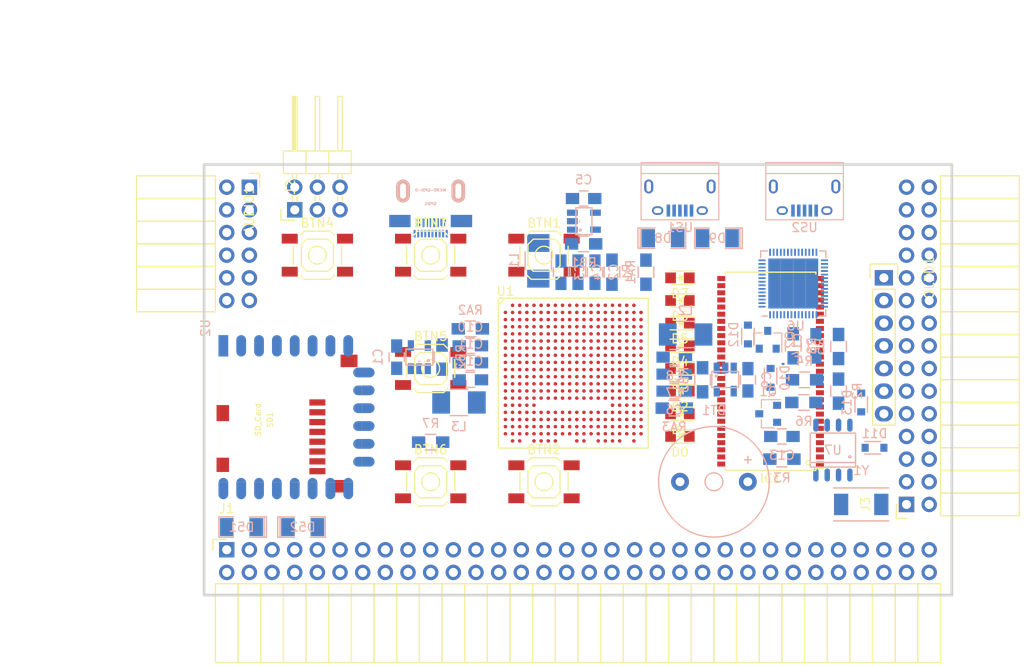
<source format=kicad_pcb>
(kicad_pcb (version 4) (host pcbnew 4.0.5+dfsg1-4)
  (layers (0 F.Cu signal) (1 In1.Cu signal) (2 In2.Cu signal) (31 B.Cu signal) (34 B.Paste user) (35 F.Paste user) (36 B.SilkS user) (37 F.SilkS user) (38 B.Mask user) (39 F.Mask user) (44 Edge.Cuts user))
  (net 0 "")
  (net 1 GND)
  (net 2 +5V)
  (net 3 /gpio/IN5V)
  (net 4 /gpio/OUT5V)
  (net 5 /gpio/P5)
  (net 6 /gpio/P6)
  (net 7 /gpio/P7)
  (net 8 /gpio/P8)
  (net 9 /gpio/P11)
  (net 10 /gpio/P12)
  (net 11 /gpio/P13)
  (net 12 /gpio/P14)
  (net 13 /gpio/P17)
  (net 14 /gpio/P18)
  (net 15 /gpio/P19)
  (net 16 /gpio/P20)
  (net 17 /gpio/P21)
  (net 18 /gpio/P22)
  (net 19 /gpio/P23)
  (net 20 /gpio/P24)
  (net 21 /gpio/P25)
  (net 22 /gpio/P26)
  (net 23 /gpio/P27)
  (net 24 /gpio/P28)
  (net 25 /gpio/P29)
  (net 26 /gpio/P30)
  (net 27 /gpio/P9)
  (net 28 /gpio/P10)
  (net 29 "Net-(US1-Pad6)")
  (net 30 "Net-(US2-Pad6)")
  (net 31 /gpio/P15)
  (net 32 /gpio/P16)
  (net 33 /gpio/P31)
  (net 34 /gpio/P32)
  (net 35 /gpio/P33)
  (net 36 /gpio/P34)
  (net 37 /gpio/P35)
  (net 38 /gpio/P36)
  (net 39 /gpio/P37)
  (net 40 /gpio/P38)
  (net 41 /gpio/P39)
  (net 42 /gpio/P40)
  (net 43 /gpio/P41)
  (net 44 /gpio/P42)
  (net 45 /gpio/P43)
  (net 46 /gpio/P44)
  (net 47 /gpio/P45)
  (net 48 /gpio/P46)
  (net 49 /gpio/P47)
  (net 50 /gpio/P48)
  (net 51 /gpio/P49)
  (net 52 /gpio/P50)
  (net 53 /gpio/P51)
  (net 54 /gpio/P52)
  (net 55 /gpio/P53)
  (net 56 /gpio/P54)
  (net 57 /gpio/P55)
  (net 58 /gpio/P56)
  (net 59 /gpio/P57)
  (net 60 /gpio/P58)
  (net 61 /gpio/P59)
  (net 62 /gpio/P60)
  (net 63 +3V3)
  (net 64 "Net-(L1-Pad1)")
  (net 65 "Net-(L2-Pad1)")
  (net 66 +1V2)
  (net 67 BTN_D)
  (net 68 BTN_F1)
  (net 69 BTN_F2)
  (net 70 BTN_L)
  (net 71 BTN_R)
  (net 72 BTN_U)
  (net 73 "Net-(BTN1-Pad1)")
  (net 74 /power/FB1)
  (net 75 +2V5)
  (net 76 "Net-(L3-Pad1)")
  (net 77 /power/PWREN)
  (net 78 /power/FB3)
  (net 79 /power/FB2)
  (net 80 /usb/USB5V)
  (net 81 "Net-(D9-Pad1)")
  (net 82 "Net-(U6-Pad57)")
  (net 83 /power/VBAT)
  (net 84 "Net-(U7-Pad1)")
  (net 85 "Net-(U7-Pad2)")
  (net 86 SD_3)
  (net 87 SD_MTMS)
  (net 88 SD_MTCK)
  (net 89 SD_MTDO)
  (net 90 SD_MTDI)
  (net 91 JTAG_TDI)
  (net 92 JTAG_TCK)
  (net 93 JTAG_TMS)
  (net 94 JTAG_TDO)
  (net 95 /power/WAKEUPn)
  (net 96 /power/WKUP)
  (net 97 /power/SHUT)
  (net 98 /power/WAKE)
  (net 99 /power/HOLD)
  (net 100 /power/WKn)
  (net 101 "Net-(Q2-Pad1)")
  (module SMD_Packages:SMD-1206_Pol (layer B.Cu) (at 105.149 102.06)
    (fp_text reference D52 (at 0 0) (layer B.SilkS) (effects (justify mirror)))
    (fp_text value 2A)
    (pad 1 smd rect (at -1.651 0) (size 1.524 2.032) (layers B.Cu B.Paste B.Mask) (net 4 /gpio/OUT5V))
    (pad 2 smd rect (at 1.651 0) (size 1.524 2.032) (layers B.Cu B.Paste B.Mask))
  )
  (module SMD_Packages:SMD-1206_Pol (layer B.Cu) (at 98.291 102.06 180)
    (fp_text reference D51 (at 0 0 180) (layer B.SilkS) (effects (justify mirror)))
    (fp_text value 2A)
    (pad 1 smd rect (at -1.651 0 180) (size 1.524 2.032) (layers B.Cu B.Paste B.Mask) (net 2 +5V))
    (pad 2 smd rect (at 1.651 0 180) (size 1.524 2.032) (layers B.Cu B.Paste B.Mask) (net 3 /gpio/IN5V))
  )
  (module micro-sd:MicroSD_TF02D (layer F.Cu) (at 95.8 90.03 90)
    (fp_text reference SD1 (at 0 5.7 90) (layer F.SilkS) (effects (font (size 0.59944 0.59944) (thickness 0.12446))))
    (fp_text value SD_Card (at 0 4.35 90) (layer F.SilkS) (effects (font (size 0.59944 0.59944) (thickness 0.12446))))
    (pad 1 smd rect (at 1.94 11 90) (size 0.7 1.8) (layers F.Cu F.Paste F.Mask) (net 86 SD_3))
    (pad 2 smd rect (at 0.84 11 90) (size 0.7 1.8) (layers F.Cu F.Paste F.Mask) (net 87 SD_MTMS))
    (pad 3 smd rect (at -0.26 11 90) (size 0.7 1.8) (layers F.Cu F.Paste F.Mask) (net 1 GND))
    (pad 4 smd rect (at -1.36 11 90) (size 0.7 1.8) (layers F.Cu F.Paste F.Mask) (net 63 +3V3))
    (pad 5 smd rect (at -2.46 11 90) (size 0.7 1.8) (layers F.Cu F.Paste F.Mask) (net 88 SD_MTCK))
    (pad 6 smd rect (at -3.56 11 90) (size 0.7 1.8) (layers F.Cu F.Paste F.Mask) (net 1 GND))
    (pad 7 smd rect (at -4.66 11 90) (size 0.7 1.8) (layers F.Cu F.Paste F.Mask) (net 89 SD_MTDO))
    (pad 8 smd rect (at -5.76 11 90) (size 0.7 1.8) (layers F.Cu F.Paste F.Mask) (net 90 SD_MTDI))
    (pad S smd rect (at -5.05 0.4 90) (size 1.6 1.4) (layers F.Cu F.Paste F.Mask))
    (pad S smd rect (at 0.75 0.4 90) (size 1.8 1.4) (layers F.Cu F.Paste F.Mask))
    (pad G smd rect (at -7.45 13.55 90) (size 1.4 1.9) (layers F.Cu F.Paste F.Mask))
    (pad G smd rect (at 6.6 14.55 90) (size 1.4 1.9) (layers F.Cu F.Paste F.Mask))
  )
  (module micro-hdmi-d:MICRO-HDMI-D (layer B.Cu) (at 119.5 62.69)
    (fp_text reference GPDI1 (at -0.025 3.125) (layer B.SilkS) (effects (font (size 0.3 0.3) (thickness 0.075)) (justify mirror)))
    (fp_text value MICRO-GPDI-D (at 0 1.6) (layer B.SilkS) (effects (font (size 0.3 0.3) (thickness 0.075)) (justify mirror)))
    (pad 1 smd rect (at 1.8 6.475) (size 0.23 0.85) (layers B.Cu B.Paste B.Mask))
    (pad 3 smd rect (at 1.4 6.475) (size 0.23 0.85) (layers B.Cu B.Paste B.Mask))
    (pad 5 smd rect (at 1 6.475) (size 0.23 0.85) (layers B.Cu B.Paste B.Mask))
    (pad 7 smd rect (at 0.6 6.475) (size 0.23 0.85) (layers B.Cu B.Paste B.Mask) (net 1 GND))
    (pad 9 smd rect (at 0.2 6.475) (size 0.23 0.85) (layers B.Cu B.Paste B.Mask))
    (pad 11 smd rect (at -0.2 6.475) (size 0.23 0.85) (layers B.Cu B.Paste B.Mask))
    (pad 13 smd rect (at -0.6 6.475) (size 0.23 0.85) (layers B.Cu B.Paste B.Mask) (net 1 GND))
    (pad 15 smd rect (at -1 6.475) (size 0.23 0.85) (layers B.Cu B.Paste B.Mask))
    (pad 17 smd rect (at -1.4 6.475) (size 0.23 0.85) (layers B.Cu B.Paste B.Mask))
    (pad 19 smd rect (at -1.8 6.475) (size 0.23 0.85) (layers B.Cu B.Paste B.Mask) (net 2 +5V))
    (pad 2 smd rect (at 1.6 5.25) (size 0.23 1) (layers B.Cu B.Paste B.Mask))
    (pad 4 smd rect (at 1.2 5.25) (size 0.23 1) (layers B.Cu B.Paste B.Mask) (net 1 GND))
    (pad 6 smd rect (at 0.8 5.25) (size 0.23 1) (layers B.Cu B.Paste B.Mask))
    (pad 8 smd rect (at 0.4 5.25) (size 0.23 1) (layers B.Cu B.Paste B.Mask))
    (pad 10 smd rect (at 0 5.25) (size 0.23 1) (layers B.Cu B.Paste B.Mask) (net 1 GND))
    (pad 12 smd rect (at -0.4 5.25) (size 0.23 1) (layers B.Cu B.Paste B.Mask))
    (pad 14 smd rect (at -0.8 5.25) (size 0.23 1) (layers B.Cu B.Paste B.Mask))
    (pad 16 smd rect (at -1.2 5.25) (size 0.23 1) (layers B.Cu B.Paste B.Mask) (net 1 GND))
    (pad 18 smd rect (at -1.6 5.25) (size 0.23 1) (layers B.Cu B.Paste B.Mask))
    (pad SHD smd rect (at 3.45 5.06) (size 2.4 1.38) (layers B.Cu B.Paste B.Mask) (net 1 GND))
    (pad SHD smd rect (at -3.45 5.06) (size 2.4 1.38) (layers B.Cu B.Paste B.Mask) (net 1 GND))
    (pad "" thru_hole oval (at -3.1 1.7) (size 1.5 2.55) (drill oval 0.65 1.7) (layers *.Cu *.Mask B.SilkS))
    (pad "" thru_hole oval (at 3.1 1.7) (size 1.5 2.55) (drill oval 0.65 1.7) (layers *.Cu *.Mask B.SilkS))
  )
  (module usb_otg:USB_Micro-B (layer B.Cu) (at 147.44 65.23)
    (fp_text reference US1 (at 0 3.24) (layer B.SilkS) (effects (justify mirror)))
    (fp_text value USB_FTDI)
    (pad 1 smd rect (at -1.3 1.35 270) (size 1.35 0.4) (layers B.Cu B.Paste B.Mask) (net 80 /usb/USB5V))
    (pad 2 smd rect (at -0.65 1.35 270) (size 1.35 0.4) (layers B.Cu B.Paste B.Mask))
    (pad 3 smd rect (at 0 1.35 270) (size 1.35 0.4) (layers B.Cu B.Paste B.Mask))
    (pad 4 smd rect (at 0.65 1.35 270) (size 1.35 0.4) (layers B.Cu B.Paste B.Mask))
    (pad 5 smd rect (at 1.3 1.35 270) (size 1.35 0.4) (layers B.Cu B.Paste B.Mask) (net 1 GND))
    (pad 6 thru_hole oval (at -2.5 1.35 270) (size 0.95 1.25) (drill oval 0.55 0.85) (layers *.Cu *.Mask) (net 29 "Net-(US1-Pad6)"))
    (pad 6 thru_hole oval (at 2.5 1.35 270) (size 0.95 1.25) (drill oval 0.55 0.85) (layers *.Cu *.Mask) (net 29 "Net-(US1-Pad6)"))
    (pad 6 thru_hole oval (at -3.5 -1.35 270) (size 1.55 1) (drill oval 1.15 0.5) (layers *.Cu *.Mask) (net 29 "Net-(US1-Pad6)"))
    (pad 6 thru_hole oval (at 3.5 -1.35 270) (size 1.55 1) (drill oval 1.15 0.5) (layers *.Cu *.Mask) (net 29 "Net-(US1-Pad6)"))
  )
  (module usb_otg:USB_Micro-B (layer B.Cu) (at 161.41 65.23)
    (fp_text reference US2 (at 0 3.24) (layer B.SilkS) (effects (justify mirror)))
    (fp_text value USB_FPGA)
    (pad 1 smd rect (at -1.3 1.35 270) (size 1.35 0.4) (layers B.Cu B.Paste B.Mask) (net 81 "Net-(D9-Pad1)"))
    (pad 2 smd rect (at -0.65 1.35 270) (size 1.35 0.4) (layers B.Cu B.Paste B.Mask))
    (pad 3 smd rect (at 0 1.35 270) (size 1.35 0.4) (layers B.Cu B.Paste B.Mask))
    (pad 4 smd rect (at 0.65 1.35 270) (size 1.35 0.4) (layers B.Cu B.Paste B.Mask))
    (pad 5 smd rect (at 1.3 1.35 270) (size 1.35 0.4) (layers B.Cu B.Paste B.Mask) (net 1 GND))
    (pad 6 thru_hole oval (at -2.5 1.35 270) (size 0.95 1.25) (drill oval 0.55 0.85) (layers *.Cu *.Mask) (net 30 "Net-(US2-Pad6)"))
    (pad 6 thru_hole oval (at 2.5 1.35 270) (size 0.95 1.25) (drill oval 0.55 0.85) (layers *.Cu *.Mask) (net 30 "Net-(US2-Pad6)"))
    (pad 6 thru_hole oval (at -3.5 -1.35 270) (size 1.55 1) (drill oval 1.15 0.5) (layers *.Cu *.Mask) (net 30 "Net-(US2-Pad6)"))
    (pad 6 thru_hole oval (at 3.5 -1.35 270) (size 1.55 1) (drill oval 1.15 0.5) (layers *.Cu *.Mask) (net 30 "Net-(US2-Pad6)"))
  )
  (module Socket_Strips:Socket_Strip_Angled_2x32 (layer F.Cu) (at 96.64 104.6)
    (fp_text reference J1 (at 0 -4.6) (layer F.SilkS))
    (fp_text value CONN_02X32)
    (pad 1 thru_hole rect (at 0 0) (size 1.7272 1.7272) (drill 1.016) (layers *.Cu *.Mask) (net 3 /gpio/IN5V))
    (pad 2 thru_hole oval (at 0 2.54) (size 1.7272 1.7272) (drill 1.016) (layers *.Cu *.Mask) (net 4 /gpio/OUT5V))
    (pad 3 thru_hole oval (at 2.54 0) (size 1.7272 1.7272) (drill 1.016) (layers *.Cu *.Mask) (net 1 GND))
    (pad 4 thru_hole oval (at 2.54 2.54) (size 1.7272 1.7272) (drill 1.016) (layers *.Cu *.Mask) (net 1 GND))
    (pad 5 thru_hole oval (at 5.08 0) (size 1.7272 1.7272) (drill 1.016) (layers *.Cu *.Mask) (net 5 /gpio/P5))
    (pad 6 thru_hole oval (at 5.08 2.54) (size 1.7272 1.7272) (drill 1.016) (layers *.Cu *.Mask) (net 6 /gpio/P6))
    (pad 7 thru_hole oval (at 7.62 0) (size 1.7272 1.7272) (drill 1.016) (layers *.Cu *.Mask) (net 7 /gpio/P7))
    (pad 8 thru_hole oval (at 7.62 2.54) (size 1.7272 1.7272) (drill 1.016) (layers *.Cu *.Mask) (net 8 /gpio/P8))
    (pad 9 thru_hole oval (at 10.16 0) (size 1.7272 1.7272) (drill 1.016) (layers *.Cu *.Mask) (net 27 /gpio/P9))
    (pad 10 thru_hole oval (at 10.16 2.54) (size 1.7272 1.7272) (drill 1.016) (layers *.Cu *.Mask) (net 28 /gpio/P10))
    (pad 11 thru_hole oval (at 12.7 0) (size 1.7272 1.7272) (drill 1.016) (layers *.Cu *.Mask) (net 9 /gpio/P11))
    (pad 12 thru_hole oval (at 12.7 2.54) (size 1.7272 1.7272) (drill 1.016) (layers *.Cu *.Mask) (net 10 /gpio/P12))
    (pad 13 thru_hole oval (at 15.24 0) (size 1.7272 1.7272) (drill 1.016) (layers *.Cu *.Mask) (net 11 /gpio/P13))
    (pad 14 thru_hole oval (at 15.24 2.54) (size 1.7272 1.7272) (drill 1.016) (layers *.Cu *.Mask) (net 12 /gpio/P14))
    (pad 15 thru_hole oval (at 17.78 0) (size 1.7272 1.7272) (drill 1.016) (layers *.Cu *.Mask) (net 31 /gpio/P15))
    (pad 16 thru_hole oval (at 17.78 2.54) (size 1.7272 1.7272) (drill 1.016) (layers *.Cu *.Mask) (net 32 /gpio/P16))
    (pad 17 thru_hole oval (at 20.32 0) (size 1.7272 1.7272) (drill 1.016) (layers *.Cu *.Mask) (net 13 /gpio/P17))
    (pad 18 thru_hole oval (at 20.32 2.54) (size 1.7272 1.7272) (drill 1.016) (layers *.Cu *.Mask) (net 14 /gpio/P18))
    (pad 19 thru_hole oval (at 22.86 0) (size 1.7272 1.7272) (drill 1.016) (layers *.Cu *.Mask) (net 15 /gpio/P19))
    (pad 20 thru_hole oval (at 22.86 2.54) (size 1.7272 1.7272) (drill 1.016) (layers *.Cu *.Mask) (net 16 /gpio/P20))
    (pad 21 thru_hole oval (at 25.4 0) (size 1.7272 1.7272) (drill 1.016) (layers *.Cu *.Mask) (net 17 /gpio/P21))
    (pad 22 thru_hole oval (at 25.4 2.54) (size 1.7272 1.7272) (drill 1.016) (layers *.Cu *.Mask) (net 18 /gpio/P22))
    (pad 23 thru_hole oval (at 27.94 0) (size 1.7272 1.7272) (drill 1.016) (layers *.Cu *.Mask) (net 19 /gpio/P23))
    (pad 24 thru_hole oval (at 27.94 2.54) (size 1.7272 1.7272) (drill 1.016) (layers *.Cu *.Mask) (net 20 /gpio/P24))
    (pad 25 thru_hole oval (at 30.48 0) (size 1.7272 1.7272) (drill 1.016) (layers *.Cu *.Mask) (net 21 /gpio/P25))
    (pad 26 thru_hole oval (at 30.48 2.54) (size 1.7272 1.7272) (drill 1.016) (layers *.Cu *.Mask) (net 22 /gpio/P26))
    (pad 27 thru_hole oval (at 33.02 0) (size 1.7272 1.7272) (drill 1.016) (layers *.Cu *.Mask) (net 23 /gpio/P27))
    (pad 28 thru_hole oval (at 33.02 2.54) (size 1.7272 1.7272) (drill 1.016) (layers *.Cu *.Mask) (net 24 /gpio/P28))
    (pad 29 thru_hole oval (at 35.56 0) (size 1.7272 1.7272) (drill 1.016) (layers *.Cu *.Mask) (net 25 /gpio/P29))
    (pad 30 thru_hole oval (at 35.56 2.54) (size 1.7272 1.7272) (drill 1.016) (layers *.Cu *.Mask) (net 26 /gpio/P30))
    (pad 31 thru_hole oval (at 38.1 0) (size 1.7272 1.7272) (drill 1.016) (layers *.Cu *.Mask) (net 33 /gpio/P31))
    (pad 32 thru_hole oval (at 38.1 2.54) (size 1.7272 1.7272) (drill 1.016) (layers *.Cu *.Mask) (net 34 /gpio/P32))
    (pad 33 thru_hole oval (at 40.64 0) (size 1.7272 1.7272) (drill 1.016) (layers *.Cu *.Mask) (net 35 /gpio/P33))
    (pad 34 thru_hole oval (at 40.64 2.54) (size 1.7272 1.7272) (drill 1.016) (layers *.Cu *.Mask) (net 36 /gpio/P34))
    (pad 35 thru_hole oval (at 43.18 0) (size 1.7272 1.7272) (drill 1.016) (layers *.Cu *.Mask) (net 37 /gpio/P35))
    (pad 36 thru_hole oval (at 43.18 2.54) (size 1.7272 1.7272) (drill 1.016) (layers *.Cu *.Mask) (net 38 /gpio/P36))
    (pad 37 thru_hole oval (at 45.72 0) (size 1.7272 1.7272) (drill 1.016) (layers *.Cu *.Mask) (net 39 /gpio/P37))
    (pad 38 thru_hole oval (at 45.72 2.54) (size 1.7272 1.7272) (drill 1.016) (layers *.Cu *.Mask) (net 40 /gpio/P38))
    (pad 39 thru_hole oval (at 48.26 0) (size 1.7272 1.7272) (drill 1.016) (layers *.Cu *.Mask) (net 41 /gpio/P39))
    (pad 40 thru_hole oval (at 48.26 2.54) (size 1.7272 1.7272) (drill 1.016) (layers *.Cu *.Mask) (net 42 /gpio/P40))
    (pad 41 thru_hole oval (at 50.8 0) (size 1.7272 1.7272) (drill 1.016) (layers *.Cu *.Mask) (net 43 /gpio/P41))
    (pad 42 thru_hole oval (at 50.8 2.54) (size 1.7272 1.7272) (drill 1.016) (layers *.Cu *.Mask) (net 44 /gpio/P42))
    (pad 43 thru_hole oval (at 53.34 0) (size 1.7272 1.7272) (drill 1.016) (layers *.Cu *.Mask) (net 45 /gpio/P43))
    (pad 44 thru_hole oval (at 53.34 2.54) (size 1.7272 1.7272) (drill 1.016) (layers *.Cu *.Mask) (net 46 /gpio/P44))
    (pad 45 thru_hole oval (at 55.88 0) (size 1.7272 1.7272) (drill 1.016) (layers *.Cu *.Mask) (net 47 /gpio/P45))
    (pad 46 thru_hole oval (at 55.88 2.54) (size 1.7272 1.7272) (drill 1.016) (layers *.Cu *.Mask) (net 48 /gpio/P46))
    (pad 47 thru_hole oval (at 58.42 0) (size 1.7272 1.7272) (drill 1.016) (layers *.Cu *.Mask) (net 49 /gpio/P47))
    (pad 48 thru_hole oval (at 58.42 2.54) (size 1.7272 1.7272) (drill 1.016) (layers *.Cu *.Mask) (net 50 /gpio/P48))
    (pad 49 thru_hole oval (at 60.96 0) (size 1.7272 1.7272) (drill 1.016) (layers *.Cu *.Mask) (net 51 /gpio/P49))
    (pad 50 thru_hole oval (at 60.96 2.54) (size 1.7272 1.7272) (drill 1.016) (layers *.Cu *.Mask) (net 52 /gpio/P50))
    (pad 51 thru_hole oval (at 63.5 0) (size 1.7272 1.7272) (drill 1.016) (layers *.Cu *.Mask) (net 53 /gpio/P51))
    (pad 52 thru_hole oval (at 63.5 2.54) (size 1.7272 1.7272) (drill 1.016) (layers *.Cu *.Mask) (net 54 /gpio/P52))
    (pad 53 thru_hole oval (at 66.04 0) (size 1.7272 1.7272) (drill 1.016) (layers *.Cu *.Mask) (net 55 /gpio/P53))
    (pad 54 thru_hole oval (at 66.04 2.54) (size 1.7272 1.7272) (drill 1.016) (layers *.Cu *.Mask) (net 56 /gpio/P54))
    (pad 55 thru_hole oval (at 68.58 0) (size 1.7272 1.7272) (drill 1.016) (layers *.Cu *.Mask) (net 57 /gpio/P55))
    (pad 56 thru_hole oval (at 68.58 2.54) (size 1.7272 1.7272) (drill 1.016) (layers *.Cu *.Mask) (net 58 /gpio/P56))
    (pad 57 thru_hole oval (at 71.12 0) (size 1.7272 1.7272) (drill 1.016) (layers *.Cu *.Mask) (net 59 /gpio/P57))
    (pad 58 thru_hole oval (at 71.12 2.54) (size 1.7272 1.7272) (drill 1.016) (layers *.Cu *.Mask) (net 60 /gpio/P58))
    (pad 59 thru_hole oval (at 73.66 0) (size 1.7272 1.7272) (drill 1.016) (layers *.Cu *.Mask) (net 61 /gpio/P59))
    (pad 60 thru_hole oval (at 73.66 2.54) (size 1.7272 1.7272) (drill 1.016) (layers *.Cu *.Mask) (net 62 /gpio/P60))
    (pad 61 thru_hole oval (at 76.2 0) (size 1.7272 1.7272) (drill 1.016) (layers *.Cu *.Mask) (net 1 GND))
    (pad 62 thru_hole oval (at 76.2 2.54) (size 1.7272 1.7272) (drill 1.016) (layers *.Cu *.Mask) (net 1 GND))
    (pad 63 thru_hole oval (at 78.74 0) (size 1.7272 1.7272) (drill 1.016) (layers *.Cu *.Mask) (net 63 +3V3))
    (pad 64 thru_hole oval (at 78.74 2.54) (size 1.7272 1.7272) (drill 1.016) (layers *.Cu *.Mask) (net 63 +3V3))
  )
  (module Socket_Strips:Socket_Strip_Angled_2x15 (layer F.Cu) (at 172.84 99.52 90)
    (fp_text reference J3 (at 0 -4.6 90) (layer F.SilkS))
    (fp_text value CONN_02X15)
    (pad 1 thru_hole rect (at 0 0 90) (size 1.7272 1.7272) (drill 1.016) (layers *.Cu *.Mask) (net 63 +3V3))
    (pad 2 thru_hole oval (at 0 2.54 90) (size 1.7272 1.7272) (drill 1.016) (layers *.Cu *.Mask) (net 63 +3V3))
    (pad 3 thru_hole oval (at 2.54 0 90) (size 1.7272 1.7272) (drill 1.016) (layers *.Cu *.Mask) (net 1 GND))
    (pad 4 thru_hole oval (at 2.54 2.54 90) (size 1.7272 1.7272) (drill 1.016) (layers *.Cu *.Mask) (net 1 GND))
    (pad 5 thru_hole oval (at 5.08 0 90) (size 1.7272 1.7272) (drill 1.016) (layers *.Cu *.Mask))
    (pad 6 thru_hole oval (at 5.08 2.54 90) (size 1.7272 1.7272) (drill 1.016) (layers *.Cu *.Mask))
    (pad 7 thru_hole oval (at 7.62 0 90) (size 1.7272 1.7272) (drill 1.016) (layers *.Cu *.Mask))
    (pad 8 thru_hole oval (at 7.62 2.54 90) (size 1.7272 1.7272) (drill 1.016) (layers *.Cu *.Mask))
    (pad 9 thru_hole oval (at 10.16 0 90) (size 1.7272 1.7272) (drill 1.016) (layers *.Cu *.Mask))
    (pad 10 thru_hole oval (at 10.16 2.54 90) (size 1.7272 1.7272) (drill 1.016) (layers *.Cu *.Mask))
    (pad 11 thru_hole oval (at 12.7 0 90) (size 1.7272 1.7272) (drill 1.016) (layers *.Cu *.Mask))
    (pad 12 thru_hole oval (at 12.7 2.54 90) (size 1.7272 1.7272) (drill 1.016) (layers *.Cu *.Mask))
    (pad 13 thru_hole oval (at 15.24 0 90) (size 1.7272 1.7272) (drill 1.016) (layers *.Cu *.Mask))
    (pad 14 thru_hole oval (at 15.24 2.54 90) (size 1.7272 1.7272) (drill 1.016) (layers *.Cu *.Mask))
    (pad 15 thru_hole oval (at 17.78 0 90) (size 1.7272 1.7272) (drill 1.016) (layers *.Cu *.Mask))
    (pad 16 thru_hole oval (at 17.78 2.54 90) (size 1.7272 1.7272) (drill 1.016) (layers *.Cu *.Mask))
    (pad 17 thru_hole oval (at 20.32 0 90) (size 1.7272 1.7272) (drill 1.016) (layers *.Cu *.Mask))
    (pad 18 thru_hole oval (at 20.32 2.54 90) (size 1.7272 1.7272) (drill 1.016) (layers *.Cu *.Mask))
    (pad 19 thru_hole oval (at 22.86 0 90) (size 1.7272 1.7272) (drill 1.016) (layers *.Cu *.Mask) (net 63 +3V3))
    (pad 20 thru_hole oval (at 22.86 2.54 90) (size 1.7272 1.7272) (drill 1.016) (layers *.Cu *.Mask) (net 63 +3V3))
    (pad 21 thru_hole oval (at 25.4 0 90) (size 1.7272 1.7272) (drill 1.016) (layers *.Cu *.Mask) (net 1 GND))
    (pad 22 thru_hole oval (at 25.4 2.54 90) (size 1.7272 1.7272) (drill 1.016) (layers *.Cu *.Mask) (net 1 GND))
    (pad 23 thru_hole oval (at 27.94 0 90) (size 1.7272 1.7272) (drill 1.016) (layers *.Cu *.Mask))
    (pad 24 thru_hole oval (at 27.94 2.54 90) (size 1.7272 1.7272) (drill 1.016) (layers *.Cu *.Mask))
    (pad 25 thru_hole oval (at 30.48 0 90) (size 1.7272 1.7272) (drill 1.016) (layers *.Cu *.Mask))
    (pad 26 thru_hole oval (at 30.48 2.54 90) (size 1.7272 1.7272) (drill 1.016) (layers *.Cu *.Mask))
    (pad 27 thru_hole oval (at 33.02 0 90) (size 1.7272 1.7272) (drill 1.016) (layers *.Cu *.Mask))
    (pad 28 thru_hole oval (at 33.02 2.54 90) (size 1.7272 1.7272) (drill 1.016) (layers *.Cu *.Mask))
    (pad 29 thru_hole oval (at 35.56 0 90) (size 1.7272 1.7272) (drill 1.016) (layers *.Cu *.Mask))
    (pad 30 thru_hole oval (at 35.56 2.54 90) (size 1.7272 1.7272) (drill 1.016) (layers *.Cu *.Mask))
  )
  (module Socket_Strips:Socket_Strip_Angled_2x06 (layer F.Cu) (at 99.18 63.96 270)
    (fp_text reference J2 (at 0 -4.6 270) (layer F.SilkS))
    (fp_text value CONN_02X06)
    (pad 1 thru_hole rect (at 0 0 270) (size 1.7272 1.7272) (drill 1.016) (layers *.Cu *.Mask) (net 63 +3V3))
    (pad 2 thru_hole oval (at 0 2.54 270) (size 1.7272 1.7272) (drill 1.016) (layers *.Cu *.Mask) (net 63 +3V3))
    (pad 3 thru_hole oval (at 2.54 0 270) (size 1.7272 1.7272) (drill 1.016) (layers *.Cu *.Mask) (net 1 GND))
    (pad 4 thru_hole oval (at 2.54 2.54 270) (size 1.7272 1.7272) (drill 1.016) (layers *.Cu *.Mask) (net 1 GND))
    (pad 5 thru_hole oval (at 5.08 0 270) (size 1.7272 1.7272) (drill 1.016) (layers *.Cu *.Mask))
    (pad 6 thru_hole oval (at 5.08 2.54 270) (size 1.7272 1.7272) (drill 1.016) (layers *.Cu *.Mask))
    (pad 7 thru_hole oval (at 7.62 0 270) (size 1.7272 1.7272) (drill 1.016) (layers *.Cu *.Mask))
    (pad 8 thru_hole oval (at 7.62 2.54 270) (size 1.7272 1.7272) (drill 1.016) (layers *.Cu *.Mask))
    (pad 9 thru_hole oval (at 10.16 0 270) (size 1.7272 1.7272) (drill 1.016) (layers *.Cu *.Mask))
    (pad 10 thru_hole oval (at 10.16 2.54 270) (size 1.7272 1.7272) (drill 1.016) (layers *.Cu *.Mask))
    (pad 11 thru_hole oval (at 12.7 0 270) (size 1.7272 1.7272) (drill 1.016) (layers *.Cu *.Mask))
    (pad 12 thru_hole oval (at 12.7 2.54 270) (size 1.7272 1.7272) (drill 1.016) (layers *.Cu *.Mask))
  )
  (module lfe5bg381:BGA-381_pitch0.8mm_dia0.4mm (layer F.Cu) (at 135.48 84.8)
    (fp_text reference U1 (at -7.6 -9.2) (layer F.SilkS))
    (fp_text value LFE5U-25F-6BG381C)
    (pad A2 smd circle (at -6.8 -7.6) (size 0.4 0.4) (layers F.Cu F.Paste F.Mask))
    (pad A3 smd circle (at -6 -7.6) (size 0.4 0.4) (layers F.Cu F.Paste F.Mask))
    (pad A4 smd circle (at -5.2 -7.6) (size 0.4 0.4) (layers F.Cu F.Paste F.Mask))
    (pad A5 smd circle (at -4.4 -7.6) (size 0.4 0.4) (layers F.Cu F.Paste F.Mask))
    (pad A6 smd circle (at -3.6 -7.6) (size 0.4 0.4) (layers F.Cu F.Paste F.Mask) (net 24 /gpio/P28))
    (pad A7 smd circle (at -2.8 -7.6) (size 0.4 0.4) (layers F.Cu F.Paste F.Mask) (net 32 /gpio/P16))
    (pad A8 smd circle (at -2 -7.6) (size 0.4 0.4) (layers F.Cu F.Paste F.Mask) (net 31 /gpio/P15))
    (pad A9 smd circle (at -1.2 -7.6) (size 0.4 0.4) (layers F.Cu F.Paste F.Mask) (net 28 /gpio/P10))
    (pad A10 smd circle (at -0.4 -7.6) (size 0.4 0.4) (layers F.Cu F.Paste F.Mask) (net 7 /gpio/P7))
    (pad A11 smd circle (at 0.4 -7.6) (size 0.4 0.4) (layers F.Cu F.Paste F.Mask) (net 8 /gpio/P8))
    (pad A12 smd circle (at 1.2 -7.6) (size 0.4 0.4) (layers F.Cu F.Paste F.Mask) (net 56 /gpio/P54))
    (pad A13 smd circle (at 2 -7.6) (size 0.4 0.4) (layers F.Cu F.Paste F.Mask) (net 55 /gpio/P53))
    (pad A14 smd circle (at 2.8 -7.6) (size 0.4 0.4) (layers F.Cu F.Paste F.Mask) (net 50 /gpio/P48))
    (pad A15 smd circle (at 3.6 -7.6) (size 0.4 0.4) (layers F.Cu F.Paste F.Mask))
    (pad A16 smd circle (at 4.4 -7.6) (size 0.4 0.4) (layers F.Cu F.Paste F.Mask) (net 42 /gpio/P40))
    (pad A17 smd circle (at 5.2 -7.6) (size 0.4 0.4) (layers F.Cu F.Paste F.Mask) (net 36 /gpio/P34))
    (pad A18 smd circle (at 6 -7.6) (size 0.4 0.4) (layers F.Cu F.Paste F.Mask) (net 34 /gpio/P32))
    (pad A19 smd circle (at 6.8 -7.6) (size 0.4 0.4) (layers F.Cu F.Paste F.Mask) (net 26 /gpio/P30))
    (pad B1 smd circle (at -7.6 -6.8) (size 0.4 0.4) (layers F.Cu F.Paste F.Mask))
    (pad B2 smd circle (at -6.8 -6.8) (size 0.4 0.4) (layers F.Cu F.Paste F.Mask))
    (pad B3 smd circle (at -6 -6.8) (size 0.4 0.4) (layers F.Cu F.Paste F.Mask))
    (pad B4 smd circle (at -5.2 -6.8) (size 0.4 0.4) (layers F.Cu F.Paste F.Mask))
    (pad B5 smd circle (at -4.4 -6.8) (size 0.4 0.4) (layers F.Cu F.Paste F.Mask))
    (pad B6 smd circle (at -3.6 -6.8) (size 0.4 0.4) (layers F.Cu F.Paste F.Mask) (net 23 /gpio/P27))
    (pad B7 smd circle (at -2.8 -6.8) (size 0.4 0.4) (layers F.Cu F.Paste F.Mask) (net 1 GND))
    (pad B8 smd circle (at -2 -6.8) (size 0.4 0.4) (layers F.Cu F.Paste F.Mask) (net 13 /gpio/P17))
    (pad B9 smd circle (at -1.2 -6.8) (size 0.4 0.4) (layers F.Cu F.Paste F.Mask) (net 10 /gpio/P12))
    (pad B10 smd circle (at -0.4 -6.8) (size 0.4 0.4) (layers F.Cu F.Paste F.Mask) (net 27 /gpio/P9))
    (pad B11 smd circle (at 0.4 -6.8) (size 0.4 0.4) (layers F.Cu F.Paste F.Mask) (net 5 /gpio/P5))
    (pad B12 smd circle (at 1.2 -6.8) (size 0.4 0.4) (layers F.Cu F.Paste F.Mask) (net 60 /gpio/P58))
    (pad B13 smd circle (at 2 -6.8) (size 0.4 0.4) (layers F.Cu F.Paste F.Mask) (net 54 /gpio/P52))
    (pad B14 smd circle (at 2.8 -6.8) (size 0.4 0.4) (layers F.Cu F.Paste F.Mask) (net 1 GND))
    (pad B15 smd circle (at 3.6 -6.8) (size 0.4 0.4) (layers F.Cu F.Paste F.Mask) (net 46 /gpio/P44))
    (pad B16 smd circle (at 4.4 -6.8) (size 0.4 0.4) (layers F.Cu F.Paste F.Mask) (net 41 /gpio/P39))
    (pad B17 smd circle (at 5.2 -6.8) (size 0.4 0.4) (layers F.Cu F.Paste F.Mask) (net 38 /gpio/P36))
    (pad B18 smd circle (at 6 -6.8) (size 0.4 0.4) (layers F.Cu F.Paste F.Mask) (net 35 /gpio/P33))
    (pad B19 smd circle (at 6.8 -6.8) (size 0.4 0.4) (layers F.Cu F.Paste F.Mask) (net 33 /gpio/P31))
    (pad B20 smd circle (at 7.6 -6.8) (size 0.4 0.4) (layers F.Cu F.Paste F.Mask) (net 25 /gpio/P29))
    (pad C1 smd circle (at -7.6 -6) (size 0.4 0.4) (layers F.Cu F.Paste F.Mask))
    (pad C2 smd circle (at -6.8 -6) (size 0.4 0.4) (layers F.Cu F.Paste F.Mask))
    (pad C3 smd circle (at -6 -6) (size 0.4 0.4) (layers F.Cu F.Paste F.Mask))
    (pad C4 smd circle (at -5.2 -6) (size 0.4 0.4) (layers F.Cu F.Paste F.Mask))
    (pad C5 smd circle (at -4.4 -6) (size 0.4 0.4) (layers F.Cu F.Paste F.Mask))
    (pad C6 smd circle (at -3.6 -6) (size 0.4 0.4) (layers F.Cu F.Paste F.Mask) (net 18 /gpio/P22))
    (pad C7 smd circle (at -2.8 -6) (size 0.4 0.4) (layers F.Cu F.Paste F.Mask) (net 17 /gpio/P21))
    (pad C8 smd circle (at -2 -6) (size 0.4 0.4) (layers F.Cu F.Paste F.Mask) (net 14 /gpio/P18))
    (pad C9 smd circle (at -1.2 -6) (size 0.4 0.4) (layers F.Cu F.Paste F.Mask))
    (pad C10 smd circle (at -0.4 -6) (size 0.4 0.4) (layers F.Cu F.Paste F.Mask) (net 9 /gpio/P11))
    (pad C11 smd circle (at 0.4 -6) (size 0.4 0.4) (layers F.Cu F.Paste F.Mask) (net 6 /gpio/P6))
    (pad C12 smd circle (at 1.2 -6) (size 0.4 0.4) (layers F.Cu F.Paste F.Mask) (net 59 /gpio/P57))
    (pad C13 smd circle (at 2 -6) (size 0.4 0.4) (layers F.Cu F.Paste F.Mask) (net 53 /gpio/P51))
    (pad C14 smd circle (at 2.8 -6) (size 0.4 0.4) (layers F.Cu F.Paste F.Mask) (net 49 /gpio/P47))
    (pad C15 smd circle (at 3.6 -6) (size 0.4 0.4) (layers F.Cu F.Paste F.Mask) (net 45 /gpio/P43))
    (pad C16 smd circle (at 4.4 -6) (size 0.4 0.4) (layers F.Cu F.Paste F.Mask) (net 40 /gpio/P38))
    (pad C17 smd circle (at 5.2 -6) (size 0.4 0.4) (layers F.Cu F.Paste F.Mask) (net 37 /gpio/P35))
    (pad C18 smd circle (at 6 -6) (size 0.4 0.4) (layers F.Cu F.Paste F.Mask))
    (pad C19 smd circle (at 6.8 -6) (size 0.4 0.4) (layers F.Cu F.Paste F.Mask) (net 1 GND))
    (pad C20 smd circle (at 7.6 -6) (size 0.4 0.4) (layers F.Cu F.Paste F.Mask))
    (pad D1 smd circle (at -7.6 -5.2) (size 0.4 0.4) (layers F.Cu F.Paste F.Mask))
    (pad D2 smd circle (at -6.8 -5.2) (size 0.4 0.4) (layers F.Cu F.Paste F.Mask))
    (pad D3 smd circle (at -6 -5.2) (size 0.4 0.4) (layers F.Cu F.Paste F.Mask))
    (pad D4 smd circle (at -5.2 -5.2) (size 0.4 0.4) (layers F.Cu F.Paste F.Mask) (net 1 GND))
    (pad D5 smd circle (at -4.4 -5.2) (size 0.4 0.4) (layers F.Cu F.Paste F.Mask))
    (pad D6 smd circle (at -3.6 -5.2) (size 0.4 0.4) (layers F.Cu F.Paste F.Mask) (net 21 /gpio/P25))
    (pad D7 smd circle (at -2.8 -5.2) (size 0.4 0.4) (layers F.Cu F.Paste F.Mask) (net 19 /gpio/P23))
    (pad D8 smd circle (at -2 -5.2) (size 0.4 0.4) (layers F.Cu F.Paste F.Mask) (net 15 /gpio/P19))
    (pad D9 smd circle (at -1.2 -5.2) (size 0.4 0.4) (layers F.Cu F.Paste F.Mask) (net 12 /gpio/P14))
    (pad D10 smd circle (at -0.4 -5.2) (size 0.4 0.4) (layers F.Cu F.Paste F.Mask))
    (pad D11 smd circle (at 0.4 -5.2) (size 0.4 0.4) (layers F.Cu F.Paste F.Mask) (net 62 /gpio/P60))
    (pad D12 smd circle (at 1.2 -5.2) (size 0.4 0.4) (layers F.Cu F.Paste F.Mask) (net 58 /gpio/P56))
    (pad D13 smd circle (at 2 -5.2) (size 0.4 0.4) (layers F.Cu F.Paste F.Mask) (net 52 /gpio/P50))
    (pad D14 smd circle (at 2.8 -5.2) (size 0.4 0.4) (layers F.Cu F.Paste F.Mask) (net 48 /gpio/P46))
    (pad D15 smd circle (at 3.6 -5.2) (size 0.4 0.4) (layers F.Cu F.Paste F.Mask) (net 44 /gpio/P42))
    (pad D16 smd circle (at 4.4 -5.2) (size 0.4 0.4) (layers F.Cu F.Paste F.Mask) (net 39 /gpio/P37))
    (pad D17 smd circle (at 5.2 -5.2) (size 0.4 0.4) (layers F.Cu F.Paste F.Mask))
    (pad D18 smd circle (at 6 -5.2) (size 0.4 0.4) (layers F.Cu F.Paste F.Mask))
    (pad D19 smd circle (at 6.8 -5.2) (size 0.4 0.4) (layers F.Cu F.Paste F.Mask))
    (pad D20 smd circle (at 7.6 -5.2) (size 0.4 0.4) (layers F.Cu F.Paste F.Mask))
    (pad E1 smd circle (at -7.6 -4.4) (size 0.4 0.4) (layers F.Cu F.Paste F.Mask))
    (pad E2 smd circle (at -6.8 -4.4) (size 0.4 0.4) (layers F.Cu F.Paste F.Mask))
    (pad E3 smd circle (at -6 -4.4) (size 0.4 0.4) (layers F.Cu F.Paste F.Mask))
    (pad E4 smd circle (at -5.2 -4.4) (size 0.4 0.4) (layers F.Cu F.Paste F.Mask))
    (pad E5 smd circle (at -4.4 -4.4) (size 0.4 0.4) (layers F.Cu F.Paste F.Mask))
    (pad E6 smd circle (at -3.6 -4.4) (size 0.4 0.4) (layers F.Cu F.Paste F.Mask) (net 22 /gpio/P26))
    (pad E7 smd circle (at -2.8 -4.4) (size 0.4 0.4) (layers F.Cu F.Paste F.Mask) (net 20 /gpio/P24))
    (pad E8 smd circle (at -2 -4.4) (size 0.4 0.4) (layers F.Cu F.Paste F.Mask) (net 16 /gpio/P20))
    (pad E9 smd circle (at -1.2 -4.4) (size 0.4 0.4) (layers F.Cu F.Paste F.Mask) (net 11 /gpio/P13))
    (pad E10 smd circle (at -0.4 -4.4) (size 0.4 0.4) (layers F.Cu F.Paste F.Mask))
    (pad E11 smd circle (at 0.4 -4.4) (size 0.4 0.4) (layers F.Cu F.Paste F.Mask) (net 61 /gpio/P59))
    (pad E12 smd circle (at 1.2 -4.4) (size 0.4 0.4) (layers F.Cu F.Paste F.Mask) (net 57 /gpio/P55))
    (pad E13 smd circle (at 2 -4.4) (size 0.4 0.4) (layers F.Cu F.Paste F.Mask) (net 51 /gpio/P49))
    (pad E14 smd circle (at 2.8 -4.4) (size 0.4 0.4) (layers F.Cu F.Paste F.Mask) (net 47 /gpio/P45))
    (pad E15 smd circle (at 3.6 -4.4) (size 0.4 0.4) (layers F.Cu F.Paste F.Mask) (net 43 /gpio/P41))
    (pad E16 smd circle (at 4.4 -4.4) (size 0.4 0.4) (layers F.Cu F.Paste F.Mask))
    (pad E17 smd circle (at 5.2 -4.4) (size 0.4 0.4) (layers F.Cu F.Paste F.Mask))
    (pad E18 smd circle (at 6 -4.4) (size 0.4 0.4) (layers F.Cu F.Paste F.Mask))
    (pad E19 smd circle (at 6.8 -4.4) (size 0.4 0.4) (layers F.Cu F.Paste F.Mask))
    (pad E20 smd circle (at 7.6 -4.4) (size 0.4 0.4) (layers F.Cu F.Paste F.Mask))
    (pad F1 smd circle (at -7.6 -3.6) (size 0.4 0.4) (layers F.Cu F.Paste F.Mask))
    (pad F2 smd circle (at -6.8 -3.6) (size 0.4 0.4) (layers F.Cu F.Paste F.Mask))
    (pad F3 smd circle (at -6 -3.6) (size 0.4 0.4) (layers F.Cu F.Paste F.Mask))
    (pad F4 smd circle (at -5.2 -3.6) (size 0.4 0.4) (layers F.Cu F.Paste F.Mask))
    (pad F5 smd circle (at -4.4 -3.6) (size 0.4 0.4) (layers F.Cu F.Paste F.Mask))
    (pad F6 smd circle (at -3.6 -3.6) (size 0.4 0.4) (layers F.Cu F.Paste F.Mask) (net 75 +2V5))
    (pad F7 smd circle (at -2.8 -3.6) (size 0.4 0.4) (layers F.Cu F.Paste F.Mask) (net 1 GND))
    (pad F8 smd circle (at -2 -3.6) (size 0.4 0.4) (layers F.Cu F.Paste F.Mask) (net 1 GND))
    (pad F9 smd circle (at -1.2 -3.6) (size 0.4 0.4) (layers F.Cu F.Paste F.Mask) (net 63 +3V3))
    (pad F10 smd circle (at -0.4 -3.6) (size 0.4 0.4) (layers F.Cu F.Paste F.Mask) (net 63 +3V3))
    (pad F11 smd circle (at 0.4 -3.6) (size 0.4 0.4) (layers F.Cu F.Paste F.Mask) (net 63 +3V3))
    (pad F12 smd circle (at 1.2 -3.6) (size 0.4 0.4) (layers F.Cu F.Paste F.Mask) (net 63 +3V3))
    (pad F13 smd circle (at 2 -3.6) (size 0.4 0.4) (layers F.Cu F.Paste F.Mask) (net 1 GND))
    (pad F14 smd circle (at 2.8 -3.6) (size 0.4 0.4) (layers F.Cu F.Paste F.Mask) (net 1 GND))
    (pad F15 smd circle (at 3.6 -3.6) (size 0.4 0.4) (layers F.Cu F.Paste F.Mask) (net 75 +2V5))
    (pad F16 smd circle (at 4.4 -3.6) (size 0.4 0.4) (layers F.Cu F.Paste F.Mask))
    (pad F17 smd circle (at 5.2 -3.6) (size 0.4 0.4) (layers F.Cu F.Paste F.Mask))
    (pad F18 smd circle (at 6 -3.6) (size 0.4 0.4) (layers F.Cu F.Paste F.Mask))
    (pad F19 smd circle (at 6.8 -3.6) (size 0.4 0.4) (layers F.Cu F.Paste F.Mask))
    (pad F20 smd circle (at 7.6 -3.6) (size 0.4 0.4) (layers F.Cu F.Paste F.Mask))
    (pad G1 smd circle (at -7.6 -2.8) (size 0.4 0.4) (layers F.Cu F.Paste F.Mask))
    (pad G2 smd circle (at -6.8 -2.8) (size 0.4 0.4) (layers F.Cu F.Paste F.Mask))
    (pad G3 smd circle (at -6 -2.8) (size 0.4 0.4) (layers F.Cu F.Paste F.Mask))
    (pad G4 smd circle (at -5.2 -2.8) (size 0.4 0.4) (layers F.Cu F.Paste F.Mask) (net 1 GND))
    (pad G5 smd circle (at -4.4 -2.8) (size 0.4 0.4) (layers F.Cu F.Paste F.Mask))
    (pad G6 smd circle (at -3.6 -2.8) (size 0.4 0.4) (layers F.Cu F.Paste F.Mask) (net 1 GND))
    (pad G7 smd circle (at -2.8 -2.8) (size 0.4 0.4) (layers F.Cu F.Paste F.Mask) (net 1 GND))
    (pad G8 smd circle (at -2 -2.8) (size 0.4 0.4) (layers F.Cu F.Paste F.Mask) (net 1 GND))
    (pad G9 smd circle (at -1.2 -2.8) (size 0.4 0.4) (layers F.Cu F.Paste F.Mask) (net 1 GND))
    (pad G10 smd circle (at -0.4 -2.8) (size 0.4 0.4) (layers F.Cu F.Paste F.Mask) (net 1 GND))
    (pad G11 smd circle (at 0.4 -2.8) (size 0.4 0.4) (layers F.Cu F.Paste F.Mask) (net 1 GND))
    (pad G12 smd circle (at 1.2 -2.8) (size 0.4 0.4) (layers F.Cu F.Paste F.Mask) (net 1 GND))
    (pad G13 smd circle (at 2 -2.8) (size 0.4 0.4) (layers F.Cu F.Paste F.Mask) (net 1 GND))
    (pad G14 smd circle (at 2.8 -2.8) (size 0.4 0.4) (layers F.Cu F.Paste F.Mask) (net 1 GND))
    (pad G15 smd circle (at 3.6 -2.8) (size 0.4 0.4) (layers F.Cu F.Paste F.Mask) (net 1 GND))
    (pad G16 smd circle (at 4.4 -2.8) (size 0.4 0.4) (layers F.Cu F.Paste F.Mask))
    (pad G17 smd circle (at 5.2 -2.8) (size 0.4 0.4) (layers F.Cu F.Paste F.Mask) (net 1 GND))
    (pad G18 smd circle (at 6 -2.8) (size 0.4 0.4) (layers F.Cu F.Paste F.Mask))
    (pad G19 smd circle (at 6.8 -2.8) (size 0.4 0.4) (layers F.Cu F.Paste F.Mask))
    (pad G20 smd circle (at 7.6 -2.8) (size 0.4 0.4) (layers F.Cu F.Paste F.Mask))
    (pad H1 smd circle (at -7.6 -2) (size 0.4 0.4) (layers F.Cu F.Paste F.Mask))
    (pad H2 smd circle (at -6.8 -2) (size 0.4 0.4) (layers F.Cu F.Paste F.Mask))
    (pad H3 smd circle (at -6 -2) (size 0.4 0.4) (layers F.Cu F.Paste F.Mask))
    (pad H4 smd circle (at -5.2 -2) (size 0.4 0.4) (layers F.Cu F.Paste F.Mask))
    (pad H5 smd circle (at -4.4 -2) (size 0.4 0.4) (layers F.Cu F.Paste F.Mask))
    (pad H6 smd circle (at -3.6 -2) (size 0.4 0.4) (layers F.Cu F.Paste F.Mask) (net 63 +3V3))
    (pad H7 smd circle (at -2.8 -2) (size 0.4 0.4) (layers F.Cu F.Paste F.Mask) (net 63 +3V3))
    (pad H8 smd circle (at -2 -2) (size 0.4 0.4) (layers F.Cu F.Paste F.Mask) (net 66 +1V2))
    (pad H9 smd circle (at -1.2 -2) (size 0.4 0.4) (layers F.Cu F.Paste F.Mask) (net 66 +1V2))
    (pad H10 smd circle (at -0.4 -2) (size 0.4 0.4) (layers F.Cu F.Paste F.Mask) (net 66 +1V2))
    (pad H11 smd circle (at 0.4 -2) (size 0.4 0.4) (layers F.Cu F.Paste F.Mask) (net 66 +1V2))
    (pad H12 smd circle (at 1.2 -2) (size 0.4 0.4) (layers F.Cu F.Paste F.Mask) (net 66 +1V2))
    (pad H13 smd circle (at 2 -2) (size 0.4 0.4) (layers F.Cu F.Paste F.Mask) (net 66 +1V2))
    (pad H14 smd circle (at 2.8 -2) (size 0.4 0.4) (layers F.Cu F.Paste F.Mask) (net 63 +3V3))
    (pad H15 smd circle (at 3.6 -2) (size 0.4 0.4) (layers F.Cu F.Paste F.Mask) (net 63 +3V3))
    (pad H16 smd circle (at 4.4 -2) (size 0.4 0.4) (layers F.Cu F.Paste F.Mask))
    (pad H17 smd circle (at 5.2 -2) (size 0.4 0.4) (layers F.Cu F.Paste F.Mask))
    (pad H18 smd circle (at 6 -2) (size 0.4 0.4) (layers F.Cu F.Paste F.Mask))
    (pad H19 smd circle (at 6.8 -2) (size 0.4 0.4) (layers F.Cu F.Paste F.Mask) (net 1 GND))
    (pad H20 smd circle (at 7.6 -2) (size 0.4 0.4) (layers F.Cu F.Paste F.Mask))
    (pad J1 smd circle (at -7.6 -1.2) (size 0.4 0.4) (layers F.Cu F.Paste F.Mask))
    (pad J2 smd circle (at -6.8 -1.2) (size 0.4 0.4) (layers F.Cu F.Paste F.Mask) (net 1 GND))
    (pad J3 smd circle (at -6 -1.2) (size 0.4 0.4) (layers F.Cu F.Paste F.Mask))
    (pad J4 smd circle (at -5.2 -1.2) (size 0.4 0.4) (layers F.Cu F.Paste F.Mask))
    (pad J5 smd circle (at -4.4 -1.2) (size 0.4 0.4) (layers F.Cu F.Paste F.Mask))
    (pad J6 smd circle (at -3.6 -1.2) (size 0.4 0.4) (layers F.Cu F.Paste F.Mask) (net 63 +3V3))
    (pad J7 smd circle (at -2.8 -1.2) (size 0.4 0.4) (layers F.Cu F.Paste F.Mask) (net 1 GND))
    (pad J8 smd circle (at -2 -1.2) (size 0.4 0.4) (layers F.Cu F.Paste F.Mask) (net 66 +1V2))
    (pad J9 smd circle (at -1.2 -1.2) (size 0.4 0.4) (layers F.Cu F.Paste F.Mask) (net 1 GND))
    (pad J10 smd circle (at -0.4 -1.2) (size 0.4 0.4) (layers F.Cu F.Paste F.Mask) (net 1 GND))
    (pad J11 smd circle (at 0.4 -1.2) (size 0.4 0.4) (layers F.Cu F.Paste F.Mask) (net 1 GND))
    (pad J12 smd circle (at 1.2 -1.2) (size 0.4 0.4) (layers F.Cu F.Paste F.Mask) (net 1 GND))
    (pad J13 smd circle (at 2 -1.2) (size 0.4 0.4) (layers F.Cu F.Paste F.Mask) (net 66 +1V2))
    (pad J14 smd circle (at 2.8 -1.2) (size 0.4 0.4) (layers F.Cu F.Paste F.Mask) (net 1 GND))
    (pad J15 smd circle (at 3.6 -1.2) (size 0.4 0.4) (layers F.Cu F.Paste F.Mask) (net 63 +3V3))
    (pad J16 smd circle (at 4.4 -1.2) (size 0.4 0.4) (layers F.Cu F.Paste F.Mask))
    (pad J17 smd circle (at 5.2 -1.2) (size 0.4 0.4) (layers F.Cu F.Paste F.Mask))
    (pad J18 smd circle (at 6 -1.2) (size 0.4 0.4) (layers F.Cu F.Paste F.Mask))
    (pad J19 smd circle (at 6.8 -1.2) (size 0.4 0.4) (layers F.Cu F.Paste F.Mask))
    (pad J20 smd circle (at 7.6 -1.2) (size 0.4 0.4) (layers F.Cu F.Paste F.Mask))
    (pad K1 smd circle (at -7.6 -0.4) (size 0.4 0.4) (layers F.Cu F.Paste F.Mask))
    (pad K2 smd circle (at -6.8 -0.4) (size 0.4 0.4) (layers F.Cu F.Paste F.Mask))
    (pad K3 smd circle (at -6 -0.4) (size 0.4 0.4) (layers F.Cu F.Paste F.Mask))
    (pad K4 smd circle (at -5.2 -0.4) (size 0.4 0.4) (layers F.Cu F.Paste F.Mask))
    (pad K5 smd circle (at -4.4 -0.4) (size 0.4 0.4) (layers F.Cu F.Paste F.Mask))
    (pad K6 smd circle (at -3.6 -0.4) (size 0.4 0.4) (layers F.Cu F.Paste F.Mask) (net 1 GND))
    (pad K7 smd circle (at -2.8 -0.4) (size 0.4 0.4) (layers F.Cu F.Paste F.Mask) (net 1 GND))
    (pad K8 smd circle (at -2 -0.4) (size 0.4 0.4) (layers F.Cu F.Paste F.Mask) (net 66 +1V2))
    (pad K9 smd circle (at -1.2 -0.4) (size 0.4 0.4) (layers F.Cu F.Paste F.Mask) (net 1 GND))
    (pad K10 smd circle (at -0.4 -0.4) (size 0.4 0.4) (layers F.Cu F.Paste F.Mask) (net 1 GND))
    (pad K11 smd circle (at 0.4 -0.4) (size 0.4 0.4) (layers F.Cu F.Paste F.Mask) (net 1 GND))
    (pad K12 smd circle (at 1.2 -0.4) (size 0.4 0.4) (layers F.Cu F.Paste F.Mask) (net 1 GND))
    (pad K13 smd circle (at 2 -0.4) (size 0.4 0.4) (layers F.Cu F.Paste F.Mask) (net 66 +1V2))
    (pad K14 smd circle (at 2.8 -0.4) (size 0.4 0.4) (layers F.Cu F.Paste F.Mask) (net 1 GND))
    (pad K15 smd circle (at 3.6 -0.4) (size 0.4 0.4) (layers F.Cu F.Paste F.Mask) (net 1 GND))
    (pad K16 smd circle (at 4.4 -0.4) (size 0.4 0.4) (layers F.Cu F.Paste F.Mask))
    (pad K17 smd circle (at 5.2 -0.4) (size 0.4 0.4) (layers F.Cu F.Paste F.Mask))
    (pad K18 smd circle (at 6 -0.4) (size 0.4 0.4) (layers F.Cu F.Paste F.Mask))
    (pad K19 smd circle (at 6.8 -0.4) (size 0.4 0.4) (layers F.Cu F.Paste F.Mask))
    (pad K20 smd circle (at 7.6 -0.4) (size 0.4 0.4) (layers F.Cu F.Paste F.Mask))
    (pad L1 smd circle (at -7.6 0.4) (size 0.4 0.4) (layers F.Cu F.Paste F.Mask))
    (pad L2 smd circle (at -6.8 0.4) (size 0.4 0.4) (layers F.Cu F.Paste F.Mask))
    (pad L3 smd circle (at -6 0.4) (size 0.4 0.4) (layers F.Cu F.Paste F.Mask))
    (pad L4 smd circle (at -5.2 0.4) (size 0.4 0.4) (layers F.Cu F.Paste F.Mask))
    (pad L5 smd circle (at -4.4 0.4) (size 0.4 0.4) (layers F.Cu F.Paste F.Mask))
    (pad L6 smd circle (at -3.6 0.4) (size 0.4 0.4) (layers F.Cu F.Paste F.Mask) (net 63 +3V3))
    (pad L7 smd circle (at -2.8 0.4) (size 0.4 0.4) (layers F.Cu F.Paste F.Mask) (net 63 +3V3))
    (pad L8 smd circle (at -2 0.4) (size 0.4 0.4) (layers F.Cu F.Paste F.Mask) (net 66 +1V2))
    (pad L9 smd circle (at -1.2 0.4) (size 0.4 0.4) (layers F.Cu F.Paste F.Mask) (net 1 GND))
    (pad L10 smd circle (at -0.4 0.4) (size 0.4 0.4) (layers F.Cu F.Paste F.Mask) (net 1 GND))
    (pad L11 smd circle (at 0.4 0.4) (size 0.4 0.4) (layers F.Cu F.Paste F.Mask) (net 1 GND))
    (pad L12 smd circle (at 1.2 0.4) (size 0.4 0.4) (layers F.Cu F.Paste F.Mask) (net 1 GND))
    (pad L13 smd circle (at 2 0.4) (size 0.4 0.4) (layers F.Cu F.Paste F.Mask) (net 66 +1V2))
    (pad L14 smd circle (at 2.8 0.4) (size 0.4 0.4) (layers F.Cu F.Paste F.Mask) (net 63 +3V3))
    (pad L15 smd circle (at 3.6 0.4) (size 0.4 0.4) (layers F.Cu F.Paste F.Mask) (net 63 +3V3))
    (pad L16 smd circle (at 4.4 0.4) (size 0.4 0.4) (layers F.Cu F.Paste F.Mask))
    (pad L17 smd circle (at 5.2 0.4) (size 0.4 0.4) (layers F.Cu F.Paste F.Mask))
    (pad L18 smd circle (at 6 0.4) (size 0.4 0.4) (layers F.Cu F.Paste F.Mask))
    (pad L19 smd circle (at 6.8 0.4) (size 0.4 0.4) (layers F.Cu F.Paste F.Mask))
    (pad L20 smd circle (at 7.6 0.4) (size 0.4 0.4) (layers F.Cu F.Paste F.Mask))
    (pad M1 smd circle (at -7.6 1.2) (size 0.4 0.4) (layers F.Cu F.Paste F.Mask))
    (pad M2 smd circle (at -6.8 1.2) (size 0.4 0.4) (layers F.Cu F.Paste F.Mask) (net 1 GND))
    (pad M3 smd circle (at -6 1.2) (size 0.4 0.4) (layers F.Cu F.Paste F.Mask))
    (pad M4 smd circle (at -5.2 1.2) (size 0.4 0.4) (layers F.Cu F.Paste F.Mask))
    (pad M5 smd circle (at -4.4 1.2) (size 0.4 0.4) (layers F.Cu F.Paste F.Mask))
    (pad M6 smd circle (at -3.6 1.2) (size 0.4 0.4) (layers F.Cu F.Paste F.Mask) (net 63 +3V3))
    (pad M7 smd circle (at -2.8 1.2) (size 0.4 0.4) (layers F.Cu F.Paste F.Mask) (net 1 GND))
    (pad M8 smd circle (at -2 1.2) (size 0.4 0.4) (layers F.Cu F.Paste F.Mask) (net 66 +1V2))
    (pad M9 smd circle (at -1.2 1.2) (size 0.4 0.4) (layers F.Cu F.Paste F.Mask) (net 1 GND))
    (pad M10 smd circle (at -0.4 1.2) (size 0.4 0.4) (layers F.Cu F.Paste F.Mask) (net 1 GND))
    (pad M11 smd circle (at 0.4 1.2) (size 0.4 0.4) (layers F.Cu F.Paste F.Mask) (net 1 GND))
    (pad M12 smd circle (at 1.2 1.2) (size 0.4 0.4) (layers F.Cu F.Paste F.Mask) (net 1 GND))
    (pad M13 smd circle (at 2 1.2) (size 0.4 0.4) (layers F.Cu F.Paste F.Mask) (net 66 +1V2))
    (pad M14 smd circle (at 2.8 1.2) (size 0.4 0.4) (layers F.Cu F.Paste F.Mask) (net 1 GND))
    (pad M15 smd circle (at 3.6 1.2) (size 0.4 0.4) (layers F.Cu F.Paste F.Mask) (net 63 +3V3))
    (pad M16 smd circle (at 4.4 1.2) (size 0.4 0.4) (layers F.Cu F.Paste F.Mask) (net 1 GND))
    (pad M17 smd circle (at 5.2 1.2) (size 0.4 0.4) (layers F.Cu F.Paste F.Mask))
    (pad M18 smd circle (at 6 1.2) (size 0.4 0.4) (layers F.Cu F.Paste F.Mask))
    (pad M19 smd circle (at 6.8 1.2) (size 0.4 0.4) (layers F.Cu F.Paste F.Mask))
    (pad M20 smd circle (at 7.6 1.2) (size 0.4 0.4) (layers F.Cu F.Paste F.Mask))
    (pad N1 smd circle (at -7.6 2) (size 0.4 0.4) (layers F.Cu F.Paste F.Mask))
    (pad N2 smd circle (at -6.8 2) (size 0.4 0.4) (layers F.Cu F.Paste F.Mask))
    (pad N3 smd circle (at -6 2) (size 0.4 0.4) (layers F.Cu F.Paste F.Mask))
    (pad N4 smd circle (at -5.2 2) (size 0.4 0.4) (layers F.Cu F.Paste F.Mask))
    (pad N5 smd circle (at -4.4 2) (size 0.4 0.4) (layers F.Cu F.Paste F.Mask))
    (pad N6 smd circle (at -3.6 2) (size 0.4 0.4) (layers F.Cu F.Paste F.Mask) (net 1 GND))
    (pad N7 smd circle (at -2.8 2) (size 0.4 0.4) (layers F.Cu F.Paste F.Mask) (net 1 GND))
    (pad N8 smd circle (at -2 2) (size 0.4 0.4) (layers F.Cu F.Paste F.Mask) (net 66 +1V2))
    (pad N9 smd circle (at -1.2 2) (size 0.4 0.4) (layers F.Cu F.Paste F.Mask) (net 66 +1V2))
    (pad N10 smd circle (at -0.4 2) (size 0.4 0.4) (layers F.Cu F.Paste F.Mask) (net 66 +1V2))
    (pad N11 smd circle (at 0.4 2) (size 0.4 0.4) (layers F.Cu F.Paste F.Mask) (net 66 +1V2))
    (pad N12 smd circle (at 1.2 2) (size 0.4 0.4) (layers F.Cu F.Paste F.Mask) (net 66 +1V2))
    (pad N13 smd circle (at 2 2) (size 0.4 0.4) (layers F.Cu F.Paste F.Mask) (net 66 +1V2))
    (pad N14 smd circle (at 2.8 2) (size 0.4 0.4) (layers F.Cu F.Paste F.Mask) (net 1 GND))
    (pad N15 smd circle (at 3.6 2) (size 0.4 0.4) (layers F.Cu F.Paste F.Mask) (net 1 GND))
    (pad N16 smd circle (at 4.4 2) (size 0.4 0.4) (layers F.Cu F.Paste F.Mask))
    (pad N17 smd circle (at 5.2 2) (size 0.4 0.4) (layers F.Cu F.Paste F.Mask))
    (pad N18 smd circle (at 6 2) (size 0.4 0.4) (layers F.Cu F.Paste F.Mask))
    (pad N19 smd circle (at 6.8 2) (size 0.4 0.4) (layers F.Cu F.Paste F.Mask))
    (pad N20 smd circle (at 7.6 2) (size 0.4 0.4) (layers F.Cu F.Paste F.Mask))
    (pad P1 smd circle (at -7.6 2.8) (size 0.4 0.4) (layers F.Cu F.Paste F.Mask))
    (pad P2 smd circle (at -6.8 2.8) (size 0.4 0.4) (layers F.Cu F.Paste F.Mask))
    (pad P3 smd circle (at -6 2.8) (size 0.4 0.4) (layers F.Cu F.Paste F.Mask))
    (pad P4 smd circle (at -5.2 2.8) (size 0.4 0.4) (layers F.Cu F.Paste F.Mask))
    (pad P5 smd circle (at -4.4 2.8) (size 0.4 0.4) (layers F.Cu F.Paste F.Mask))
    (pad P6 smd circle (at -3.6 2.8) (size 0.4 0.4) (layers F.Cu F.Paste F.Mask) (net 75 +2V5))
    (pad P7 smd circle (at -2.8 2.8) (size 0.4 0.4) (layers F.Cu F.Paste F.Mask) (net 1 GND))
    (pad P8 smd circle (at -2 2.8) (size 0.4 0.4) (layers F.Cu F.Paste F.Mask) (net 1 GND))
    (pad P9 smd circle (at -1.2 2.8) (size 0.4 0.4) (layers F.Cu F.Paste F.Mask) (net 63 +3V3))
    (pad P10 smd circle (at -0.4 2.8) (size 0.4 0.4) (layers F.Cu F.Paste F.Mask) (net 63 +3V3))
    (pad P11 smd circle (at 0.4 2.8) (size 0.4 0.4) (layers F.Cu F.Paste F.Mask) (net 1 GND))
    (pad P12 smd circle (at 1.2 2.8) (size 0.4 0.4) (layers F.Cu F.Paste F.Mask) (net 1 GND))
    (pad P13 smd circle (at 2 2.8) (size 0.4 0.4) (layers F.Cu F.Paste F.Mask) (net 1 GND))
    (pad P14 smd circle (at 2.8 2.8) (size 0.4 0.4) (layers F.Cu F.Paste F.Mask) (net 1 GND))
    (pad P15 smd circle (at 3.6 2.8) (size 0.4 0.4) (layers F.Cu F.Paste F.Mask) (net 75 +2V5))
    (pad P16 smd circle (at 4.4 2.8) (size 0.4 0.4) (layers F.Cu F.Paste F.Mask))
    (pad P17 smd circle (at 5.2 2.8) (size 0.4 0.4) (layers F.Cu F.Paste F.Mask))
    (pad P18 smd circle (at 6 2.8) (size 0.4 0.4) (layers F.Cu F.Paste F.Mask))
    (pad P19 smd circle (at 6.8 2.8) (size 0.4 0.4) (layers F.Cu F.Paste F.Mask))
    (pad P20 smd circle (at 7.6 2.8) (size 0.4 0.4) (layers F.Cu F.Paste F.Mask))
    (pad R1 smd circle (at -7.6 3.6) (size 0.4 0.4) (layers F.Cu F.Paste F.Mask))
    (pad R2 smd circle (at -6.8 3.6) (size 0.4 0.4) (layers F.Cu F.Paste F.Mask))
    (pad R3 smd circle (at -6 3.6) (size 0.4 0.4) (layers F.Cu F.Paste F.Mask))
    (pad R4 smd circle (at -5.2 3.6) (size 0.4 0.4) (layers F.Cu F.Paste F.Mask))
    (pad R5 smd circle (at -4.4 3.6) (size 0.4 0.4) (layers F.Cu F.Paste F.Mask) (net 91 JTAG_TDI))
    (pad R16 smd circle (at 4.4 3.6) (size 0.4 0.4) (layers F.Cu F.Paste F.Mask))
    (pad R17 smd circle (at 5.2 3.6) (size 0.4 0.4) (layers F.Cu F.Paste F.Mask))
    (pad R18 smd circle (at 6 3.6) (size 0.4 0.4) (layers F.Cu F.Paste F.Mask))
    (pad R19 smd circle (at 6.8 3.6) (size 0.4 0.4) (layers F.Cu F.Paste F.Mask) (net 1 GND))
    (pad R20 smd circle (at 7.6 3.6) (size 0.4 0.4) (layers F.Cu F.Paste F.Mask))
    (pad T1 smd circle (at -7.6 4.4) (size 0.4 0.4) (layers F.Cu F.Paste F.Mask))
    (pad T2 smd circle (at -6.8 4.4) (size 0.4 0.4) (layers F.Cu F.Paste F.Mask))
    (pad T3 smd circle (at -6 4.4) (size 0.4 0.4) (layers F.Cu F.Paste F.Mask))
    (pad T4 smd circle (at -5.2 4.4) (size 0.4 0.4) (layers F.Cu F.Paste F.Mask))
    (pad T5 smd circle (at -4.4 4.4) (size 0.4 0.4) (layers F.Cu F.Paste F.Mask) (net 92 JTAG_TCK))
    (pad T6 smd circle (at -3.6 4.4) (size 0.4 0.4) (layers F.Cu F.Paste F.Mask) (net 1 GND))
    (pad T7 smd circle (at -2.8 4.4) (size 0.4 0.4) (layers F.Cu F.Paste F.Mask) (net 1 GND))
    (pad T8 smd circle (at -2 4.4) (size 0.4 0.4) (layers F.Cu F.Paste F.Mask) (net 1 GND))
    (pad T9 smd circle (at -1.2 4.4) (size 0.4 0.4) (layers F.Cu F.Paste F.Mask) (net 1 GND))
    (pad T10 smd circle (at -0.4 4.4) (size 0.4 0.4) (layers F.Cu F.Paste F.Mask) (net 1 GND))
    (pad T11 smd circle (at 0.4 4.4) (size 0.4 0.4) (layers F.Cu F.Paste F.Mask))
    (pad T12 smd circle (at 1.2 4.4) (size 0.4 0.4) (layers F.Cu F.Paste F.Mask))
    (pad T13 smd circle (at 2 4.4) (size 0.4 0.4) (layers F.Cu F.Paste F.Mask))
    (pad T14 smd circle (at 2.8 4.4) (size 0.4 0.4) (layers F.Cu F.Paste F.Mask))
    (pad T15 smd circle (at 3.6 4.4) (size 0.4 0.4) (layers F.Cu F.Paste F.Mask))
    (pad T16 smd circle (at 4.4 4.4) (size 0.4 0.4) (layers F.Cu F.Paste F.Mask))
    (pad T17 smd circle (at 5.2 4.4) (size 0.4 0.4) (layers F.Cu F.Paste F.Mask))
    (pad T18 smd circle (at 6 4.4) (size 0.4 0.4) (layers F.Cu F.Paste F.Mask))
    (pad T19 smd circle (at 6.8 4.4) (size 0.4 0.4) (layers F.Cu F.Paste F.Mask))
    (pad T20 smd circle (at 7.6 4.4) (size 0.4 0.4) (layers F.Cu F.Paste F.Mask))
    (pad U1 smd circle (at -7.6 5.2) (size 0.4 0.4) (layers F.Cu F.Paste F.Mask))
    (pad U2 smd circle (at -6.8 5.2) (size 0.4 0.4) (layers F.Cu F.Paste F.Mask))
    (pad U3 smd circle (at -6 5.2) (size 0.4 0.4) (layers F.Cu F.Paste F.Mask))
    (pad U4 smd circle (at -5.2 5.2) (size 0.4 0.4) (layers F.Cu F.Paste F.Mask))
    (pad U5 smd circle (at -4.4 5.2) (size 0.4 0.4) (layers F.Cu F.Paste F.Mask) (net 93 JTAG_TMS))
    (pad U6 smd circle (at -3.6 5.2) (size 0.4 0.4) (layers F.Cu F.Paste F.Mask) (net 1 GND))
    (pad U7 smd circle (at -2.8 5.2) (size 0.4 0.4) (layers F.Cu F.Paste F.Mask) (net 1 GND))
    (pad U8 smd circle (at -2 5.2) (size 0.4 0.4) (layers F.Cu F.Paste F.Mask) (net 1 GND))
    (pad U9 smd circle (at -1.2 5.2) (size 0.4 0.4) (layers F.Cu F.Paste F.Mask) (net 1 GND))
    (pad U10 smd circle (at -0.4 5.2) (size 0.4 0.4) (layers F.Cu F.Paste F.Mask) (net 1 GND))
    (pad U11 smd circle (at 0.4 5.2) (size 0.4 0.4) (layers F.Cu F.Paste F.Mask) (net 1 GND))
    (pad U12 smd circle (at 1.2 5.2) (size 0.4 0.4) (layers F.Cu F.Paste F.Mask) (net 1 GND))
    (pad U13 smd circle (at 2 5.2) (size 0.4 0.4) (layers F.Cu F.Paste F.Mask) (net 1 GND))
    (pad U14 smd circle (at 2.8 5.2) (size 0.4 0.4) (layers F.Cu F.Paste F.Mask) (net 1 GND))
    (pad U15 smd circle (at 3.6 5.2) (size 0.4 0.4) (layers F.Cu F.Paste F.Mask))
    (pad U16 smd circle (at 4.4 5.2) (size 0.4 0.4) (layers F.Cu F.Paste F.Mask))
    (pad U17 smd circle (at 5.2 5.2) (size 0.4 0.4) (layers F.Cu F.Paste F.Mask))
    (pad U18 smd circle (at 6 5.2) (size 0.4 0.4) (layers F.Cu F.Paste F.Mask))
    (pad U19 smd circle (at 6.8 5.2) (size 0.4 0.4) (layers F.Cu F.Paste F.Mask))
    (pad U20 smd circle (at 7.6 5.2) (size 0.4 0.4) (layers F.Cu F.Paste F.Mask))
    (pad V1 smd circle (at -7.6 6) (size 0.4 0.4) (layers F.Cu F.Paste F.Mask))
    (pad V2 smd circle (at -6.8 6) (size 0.4 0.4) (layers F.Cu F.Paste F.Mask))
    (pad V3 smd circle (at -6 6) (size 0.4 0.4) (layers F.Cu F.Paste F.Mask))
    (pad V4 smd circle (at -5.2 6) (size 0.4 0.4) (layers F.Cu F.Paste F.Mask) (net 94 JTAG_TDO))
    (pad V5 smd circle (at -4.4 6) (size 0.4 0.4) (layers F.Cu F.Paste F.Mask) (net 1 GND))
    (pad V6 smd circle (at -3.6 6) (size 0.4 0.4) (layers F.Cu F.Paste F.Mask) (net 1 GND))
    (pad V7 smd circle (at -2.8 6) (size 0.4 0.4) (layers F.Cu F.Paste F.Mask) (net 1 GND))
    (pad V8 smd circle (at -2 6) (size 0.4 0.4) (layers F.Cu F.Paste F.Mask) (net 1 GND))
    (pad V9 smd circle (at -1.2 6) (size 0.4 0.4) (layers F.Cu F.Paste F.Mask) (net 1 GND))
    (pad V10 smd circle (at -0.4 6) (size 0.4 0.4) (layers F.Cu F.Paste F.Mask) (net 1 GND))
    (pad V11 smd circle (at 0.4 6) (size 0.4 0.4) (layers F.Cu F.Paste F.Mask) (net 1 GND))
    (pad V12 smd circle (at 1.2 6) (size 0.4 0.4) (layers F.Cu F.Paste F.Mask) (net 1 GND))
    (pad V13 smd circle (at 2 6) (size 0.4 0.4) (layers F.Cu F.Paste F.Mask) (net 1 GND))
    (pad V14 smd circle (at 2.8 6) (size 0.4 0.4) (layers F.Cu F.Paste F.Mask) (net 1 GND))
    (pad V15 smd circle (at 3.6 6) (size 0.4 0.4) (layers F.Cu F.Paste F.Mask) (net 1 GND))
    (pad V16 smd circle (at 4.4 6) (size 0.4 0.4) (layers F.Cu F.Paste F.Mask) (net 1 GND))
    (pad V17 smd circle (at 5.2 6) (size 0.4 0.4) (layers F.Cu F.Paste F.Mask))
    (pad V18 smd circle (at 6 6) (size 0.4 0.4) (layers F.Cu F.Paste F.Mask))
    (pad V19 smd circle (at 6.8 6) (size 0.4 0.4) (layers F.Cu F.Paste F.Mask) (net 1 GND))
    (pad V20 smd circle (at 7.6 6) (size 0.4 0.4) (layers F.Cu F.Paste F.Mask) (net 1 GND))
    (pad W1 smd circle (at -7.6 6.8) (size 0.4 0.4) (layers F.Cu F.Paste F.Mask))
    (pad W2 smd circle (at -6.8 6.8) (size 0.4 0.4) (layers F.Cu F.Paste F.Mask))
    (pad W3 smd circle (at -6 6.8) (size 0.4 0.4) (layers F.Cu F.Paste F.Mask))
    (pad W4 smd circle (at -5.2 6.8) (size 0.4 0.4) (layers F.Cu F.Paste F.Mask))
    (pad W5 smd circle (at -4.4 6.8) (size 0.4 0.4) (layers F.Cu F.Paste F.Mask))
    (pad W6 smd circle (at -3.6 6.8) (size 0.4 0.4) (layers F.Cu F.Paste F.Mask) (net 1 GND))
    (pad W7 smd circle (at -2.8 6.8) (size 0.4 0.4) (layers F.Cu F.Paste F.Mask) (net 1 GND))
    (pad W8 smd circle (at -2 6.8) (size 0.4 0.4) (layers F.Cu F.Paste F.Mask))
    (pad W9 smd circle (at -1.2 6.8) (size 0.4 0.4) (layers F.Cu F.Paste F.Mask))
    (pad W10 smd circle (at -0.4 6.8) (size 0.4 0.4) (layers F.Cu F.Paste F.Mask))
    (pad W11 smd circle (at 0.4 6.8) (size 0.4 0.4) (layers F.Cu F.Paste F.Mask))
    (pad W12 smd circle (at 1.2 6.8) (size 0.4 0.4) (layers F.Cu F.Paste F.Mask) (net 1 GND))
    (pad W13 smd circle (at 2 6.8) (size 0.4 0.4) (layers F.Cu F.Paste F.Mask))
    (pad W14 smd circle (at 2.8 6.8) (size 0.4 0.4) (layers F.Cu F.Paste F.Mask))
    (pad W15 smd circle (at 3.6 6.8) (size 0.4 0.4) (layers F.Cu F.Paste F.Mask) (net 1 GND))
    (pad W16 smd circle (at 4.4 6.8) (size 0.4 0.4) (layers F.Cu F.Paste F.Mask) (net 1 GND))
    (pad W17 smd circle (at 5.2 6.8) (size 0.4 0.4) (layers F.Cu F.Paste F.Mask))
    (pad W18 smd circle (at 6 6.8) (size 0.4 0.4) (layers F.Cu F.Paste F.Mask))
    (pad W19 smd circle (at 6.8 6.8) (size 0.4 0.4) (layers F.Cu F.Paste F.Mask) (net 1 GND))
    (pad W20 smd circle (at 7.6 6.8) (size 0.4 0.4) (layers F.Cu F.Paste F.Mask))
    (pad Y2 smd circle (at -6.8 7.6) (size 0.4 0.4) (layers F.Cu F.Paste F.Mask))
    (pad Y3 smd circle (at -6 7.6) (size 0.4 0.4) (layers F.Cu F.Paste F.Mask))
    (pad Y5 smd circle (at -4.4 7.6) (size 0.4 0.4) (layers F.Cu F.Paste F.Mask) (net 1 GND))
    (pad Y6 smd circle (at -3.6 7.6) (size 0.4 0.4) (layers F.Cu F.Paste F.Mask) (net 1 GND))
    (pad Y7 smd circle (at -2.8 7.6) (size 0.4 0.4) (layers F.Cu F.Paste F.Mask) (net 1 GND))
    (pad Y8 smd circle (at -2 7.6) (size 0.4 0.4) (layers F.Cu F.Paste F.Mask) (net 1 GND))
    (pad Y11 smd circle (at 0.4 7.6) (size 0.4 0.4) (layers F.Cu F.Paste F.Mask) (net 1 GND))
    (pad Y12 smd circle (at 1.2 7.6) (size 0.4 0.4) (layers F.Cu F.Paste F.Mask) (net 1 GND))
    (pad Y14 smd circle (at 2.8 7.6) (size 0.4 0.4) (layers F.Cu F.Paste F.Mask))
    (pad Y15 smd circle (at 3.6 7.6) (size 0.4 0.4) (layers F.Cu F.Paste F.Mask))
    (pad Y16 smd circle (at 4.4 7.6) (size 0.4 0.4) (layers F.Cu F.Paste F.Mask))
    (pad Y17 smd circle (at 5.2 7.6) (size 0.4 0.4) (layers F.Cu F.Paste F.Mask))
    (pad Y19 smd circle (at 6.8 7.6) (size 0.4 0.4) (layers F.Cu F.Paste F.Mask))
  )
  (module Pin_Headers:Pin_Header_Angled_2x03 (layer F.Cu) (at 104.26 66.5 90)
    (fp_text reference AUDIO1 (at 0 -5.1 90) (layer F.SilkS))
    (fp_text value JACK_TRS_6PINS)
    (pad 1 thru_hole rect (at 0 0 90) (size 1.7272 1.7272) (drill 1.016) (layers *.Cu *.Mask))
    (pad 2 thru_hole oval (at 2.54 0 90) (size 1.7272 1.7272) (drill 1.016) (layers *.Cu *.Mask))
    (pad 3 thru_hole oval (at 0 2.54 90) (size 1.7272 1.7272) (drill 1.016) (layers *.Cu *.Mask))
    (pad 4 thru_hole oval (at 2.54 2.54 90) (size 1.7272 1.7272) (drill 1.016) (layers *.Cu *.Mask))
    (pad 5 thru_hole oval (at 0 5.08 90) (size 1.7272 1.7272) (drill 1.016) (layers *.Cu *.Mask))
    (pad 6 thru_hole oval (at 2.54 5.08 90) (size 1.7272 1.7272) (drill 1.016) (layers *.Cu *.Mask))
  )
  (module Capacitors_SMD:C_0805_HandSoldering (layer B.Cu) (at 137.915 73.485 90)
    (fp_text reference C2 (at 0 2.1 90) (layer B.SilkS) (effects (justify mirror)))
    (fp_text value 470pF)
    (pad 1 smd rect (at -1.25 0 90) (size 1.5 1.25) (layers B.Cu B.Paste B.Mask) (net 66 +1V2))
    (pad 2 smd rect (at 1.25 0 90) (size 1.5 1.25) (layers B.Cu B.Paste B.Mask) (net 74 /power/FB1))
  )
  (module Resistors_SMD:R_1210_HandSoldering (layer B.Cu) (at 131.565 72.215 270)
    (fp_text reference L1 (at 0 2.7 270) (layer B.SilkS) (effects (justify mirror)))
    (fp_text value 2.2uH)
    (pad 1 smd rect (at -2 0 270) (size 2 2.5) (layers B.Cu B.Paste B.Mask) (net 64 "Net-(L1-Pad1)"))
    (pad 2 smd rect (at 2 0 270) (size 2 2.5) (layers B.Cu B.Paste B.Mask) (net 66 +1V2))
  )
  (module Resistors_SMD:R_0805_HandSoldering (layer B.Cu) (at 139.82 73.485 90)
    (fp_text reference RA1 (at 0 2.1 90) (layer B.SilkS) (effects (justify mirror)))
    (fp_text value 15k)
    (pad 1 smd rect (at -1.35 0 90) (size 1.5 1.3) (layers B.Cu B.Paste B.Mask) (net 66 +1V2))
    (pad 2 smd rect (at 1.35 0 90) (size 1.5 1.3) (layers B.Cu B.Paste B.Mask) (net 74 /power/FB1))
  )
  (module Resistors_SMD:R_0805_HandSoldering (layer B.Cu) (at 136.645 70.31)
    (fp_text reference RB1 (at 0 2.1) (layer B.SilkS) (effects (justify mirror)))
    (fp_text value 15k)
    (pad 1 smd rect (at -1.35 0) (size 1.5 1.3) (layers B.Cu B.Paste B.Mask) (net 1 GND))
    (pad 2 smd rect (at 1.35 0) (size 1.5 1.3) (layers B.Cu B.Paste B.Mask) (net 74 /power/FB1))
  )
  (module TSOT-25:TSOT-25 (layer B.Cu) (at 136.675 67.77 90)
    (fp_text reference U3 (at 0 -0.5 90) (layer B.SilkS) (effects (font (size 0.15 0.15) (thickness 0.0375)) (justify mirror)))
    (fp_text value AP3429A)
    (pad 1 smd rect (at -0.95 -1.3 90) (size 0.7 1.2) (layers B.Cu B.Paste B.Mask) (net 77 /power/PWREN))
    (pad 2 smd rect (at 0 -1.3 90) (size 0.7 1.2) (layers B.Cu B.Paste B.Mask) (net 1 GND))
    (pad 3 smd rect (at 0.95 -1.3 90) (size 0.7 1.2) (layers B.Cu B.Paste B.Mask) (net 64 "Net-(L1-Pad1)"))
    (pad 4 smd rect (at 0.95 1.3 90) (size 0.7 1.2) (layers B.Cu B.Paste B.Mask) (net 2 +5V))
    (pad 5 smd rect (at -0.95 1.3 90) (size 0.7 1.2) (layers B.Cu B.Paste B.Mask) (net 74 /power/FB1))
  )
  (module Capacitors_SMD:C_0805_HandSoldering (layer B.Cu) (at 146.805 86.82)
    (fp_text reference C6 (at 0 2.1) (layer B.SilkS) (effects (justify mirror)))
    (fp_text value 470pF)
    (pad 1 smd rect (at -1.25 0) (size 1.5 1.25) (layers B.Cu B.Paste B.Mask) (net 63 +3V3))
    (pad 2 smd rect (at 1.25 0) (size 1.5 1.25) (layers B.Cu B.Paste B.Mask) (net 78 /power/FB3))
  )
  (module Resistors_SMD:R_1210_HandSoldering (layer B.Cu) (at 148.075 80.47 180)
    (fp_text reference L2 (at 0 2.7 180) (layer B.SilkS) (effects (justify mirror)))
    (fp_text value 2.2uH)
    (pad 1 smd rect (at -2 0 180) (size 2 2.5) (layers B.Cu B.Paste B.Mask) (net 65 "Net-(L2-Pad1)"))
    (pad 2 smd rect (at 2 0 180) (size 2 2.5) (layers B.Cu B.Paste B.Mask) (net 63 +3V3))
  )
  (module Resistors_SMD:R_0805_HandSoldering (layer B.Cu) (at 146.805 88.725)
    (fp_text reference RA3 (at 0 2.1) (layer B.SilkS) (effects (justify mirror)))
    (fp_text value 15k)
    (pad 1 smd rect (at -1.35 0) (size 1.5 1.3) (layers B.Cu B.Paste B.Mask) (net 63 +3V3))
    (pad 2 smd rect (at 1.35 0) (size 1.5 1.3) (layers B.Cu B.Paste B.Mask) (net 78 /power/FB3))
  )
  (module Resistors_SMD:R_0805_HandSoldering (layer B.Cu) (at 149.98 85.55 270)
    (fp_text reference RB3 (at 0 2.1 270) (layer B.SilkS) (effects (justify mirror)))
    (fp_text value 3.3k)
    (pad 1 smd rect (at -1.35 0 270) (size 1.5 1.3) (layers B.Cu B.Paste B.Mask) (net 1 GND))
    (pad 2 smd rect (at 1.35 0 270) (size 1.5 1.3) (layers B.Cu B.Paste B.Mask) (net 78 /power/FB3))
  )
  (module TSOT-25:TSOT-25 (layer B.Cu) (at 152.52 85.52)
    (fp_text reference U4 (at 0 -0.5) (layer B.SilkS) (effects (font (size 0.15 0.15) (thickness 0.0375)) (justify mirror)))
    (fp_text value AP3429A)
    (pad 1 smd rect (at -0.95 -1.3) (size 0.7 1.2) (layers B.Cu B.Paste B.Mask) (net 77 /power/PWREN))
    (pad 2 smd rect (at 0 -1.3) (size 0.7 1.2) (layers B.Cu B.Paste B.Mask) (net 1 GND))
    (pad 3 smd rect (at 0.95 -1.3) (size 0.7 1.2) (layers B.Cu B.Paste B.Mask) (net 65 "Net-(L2-Pad1)"))
    (pad 4 smd rect (at 0.95 1.3) (size 0.7 1.2) (layers B.Cu B.Paste B.Mask) (net 2 +5V))
    (pad 5 smd rect (at -0.95 1.3) (size 0.7 1.2) (layers B.Cu B.Paste B.Mask) (net 78 /power/FB3))
  )
  (module TSOP54:TSOP54 (layer F.Cu) (at 157.6 84.595 180)
    (fp_text reference IC1 (at 0 -12 180) (layer F.SilkS))
    (fp_text value MT48LC16M4A2P)
    (pad 28 smd rect (at 5.53 10.4 180) (size 0.9 0.56) (layers F.Cu F.Paste F.Mask))
    (pad 1 smd rect (at -5.53 -10.4 180) (size 0.9 0.56) (layers F.Cu F.Paste F.Mask))
    (pad 2 smd rect (at -5.53 -9.6 180) (size 0.9 0.56) (layers F.Cu F.Paste F.Mask))
    (pad 3 smd rect (at -5.53 -8.8 180) (size 0.9 0.56) (layers F.Cu F.Paste F.Mask))
    (pad 4 smd rect (at -5.53 -8 180) (size 0.9 0.56) (layers F.Cu F.Paste F.Mask))
    (pad 5 smd rect (at -5.53 -7.2 180) (size 0.9 0.56) (layers F.Cu F.Paste F.Mask))
    (pad 6 smd rect (at -5.53 -6.4 180) (size 0.9 0.56) (layers F.Cu F.Paste F.Mask))
    (pad 7 smd rect (at -5.53 -5.6 180) (size 0.9 0.56) (layers F.Cu F.Paste F.Mask))
    (pad 8 smd rect (at -5.53 -4.8 180) (size 0.9 0.56) (layers F.Cu F.Paste F.Mask))
    (pad 9 smd rect (at -5.53 -4 180) (size 0.9 0.56) (layers F.Cu F.Paste F.Mask))
    (pad 10 smd rect (at -5.53 -3.2 180) (size 0.9 0.56) (layers F.Cu F.Paste F.Mask))
    (pad 11 smd rect (at -5.53 -2.4 180) (size 0.9 0.56) (layers F.Cu F.Paste F.Mask))
    (pad 12 smd rect (at -5.53 -1.6 180) (size 0.9 0.56) (layers F.Cu F.Paste F.Mask))
    (pad 13 smd rect (at -5.53 -0.8 180) (size 0.9 0.56) (layers F.Cu F.Paste F.Mask))
    (pad 14 smd rect (at -5.53 0 180) (size 0.9 0.56) (layers F.Cu F.Paste F.Mask))
    (pad 15 smd rect (at -5.53 0.8 180) (size 0.9 0.56) (layers F.Cu F.Paste F.Mask))
    (pad 16 smd rect (at -5.53 1.6 180) (size 0.9 0.56) (layers F.Cu F.Paste F.Mask))
    (pad 17 smd rect (at -5.53 2.4 180) (size 0.9 0.56) (layers F.Cu F.Paste F.Mask))
    (pad 18 smd rect (at -5.53 3.2 180) (size 0.9 0.56) (layers F.Cu F.Paste F.Mask))
    (pad 19 smd rect (at -5.53 4 180) (size 0.9 0.56) (layers F.Cu F.Paste F.Mask))
    (pad 20 smd rect (at -5.53 4.8 180) (size 0.9 0.56) (layers F.Cu F.Paste F.Mask))
    (pad 21 smd rect (at -5.53 5.6 180) (size 0.9 0.56) (layers F.Cu F.Paste F.Mask))
    (pad 22 smd rect (at -5.53 6.4 180) (size 0.9 0.56) (layers F.Cu F.Paste F.Mask))
    (pad 23 smd rect (at -5.53 7.2 180) (size 0.9 0.56) (layers F.Cu F.Paste F.Mask))
    (pad 24 smd rect (at -5.53 8 180) (size 0.9 0.56) (layers F.Cu F.Paste F.Mask))
    (pad 25 smd rect (at -5.53 8.8 180) (size 0.9 0.56) (layers F.Cu F.Paste F.Mask))
    (pad 26 smd rect (at -5.53 9.6 180) (size 0.9 0.56) (layers F.Cu F.Paste F.Mask))
    (pad 27 smd rect (at -5.53 10.4 180) (size 0.9 0.56) (layers F.Cu F.Paste F.Mask))
    (pad 29 smd rect (at 5.53 9.6 180) (size 0.9 0.56) (layers F.Cu F.Paste F.Mask))
    (pad 30 smd rect (at 5.53 8.8 180) (size 0.9 0.56) (layers F.Cu F.Paste F.Mask))
    (pad 31 smd rect (at 5.53 8 180) (size 0.9 0.56) (layers F.Cu F.Paste F.Mask))
    (pad 32 smd rect (at 5.53 7.2 180) (size 0.9 0.56) (layers F.Cu F.Paste F.Mask))
    (pad 33 smd rect (at 5.53 6.4 180) (size 0.9 0.56) (layers F.Cu F.Paste F.Mask))
    (pad 34 smd rect (at 5.53 5.6 180) (size 0.9 0.56) (layers F.Cu F.Paste F.Mask))
    (pad 35 smd rect (at 5.53 4.8 180) (size 0.9 0.56) (layers F.Cu F.Paste F.Mask))
    (pad 36 smd rect (at 5.53 4 180) (size 0.9 0.56) (layers F.Cu F.Paste F.Mask))
    (pad 37 smd rect (at 5.53 3.2 180) (size 0.9 0.56) (layers F.Cu F.Paste F.Mask))
    (pad 38 smd rect (at 5.53 2.4 180) (size 0.9 0.56) (layers F.Cu F.Paste F.Mask))
    (pad 39 smd rect (at 5.53 1.6 180) (size 0.9 0.56) (layers F.Cu F.Paste F.Mask))
    (pad 40 smd rect (at 5.53 0.8 180) (size 0.9 0.56) (layers F.Cu F.Paste F.Mask))
    (pad 41 smd rect (at 5.53 0 180) (size 0.9 0.56) (layers F.Cu F.Paste F.Mask))
    (pad 42 smd rect (at 5.53 -0.8 180) (size 0.9 0.56) (layers F.Cu F.Paste F.Mask))
    (pad 43 smd rect (at 5.53 -1.6 180) (size 0.9 0.56) (layers F.Cu F.Paste F.Mask))
    (pad 44 smd rect (at 5.53 -2.4 180) (size 0.9 0.56) (layers F.Cu F.Paste F.Mask))
    (pad 45 smd rect (at 5.53 -3.2 180) (size 0.9 0.56) (layers F.Cu F.Paste F.Mask))
    (pad 46 smd rect (at 5.53 -4 180) (size 0.9 0.56) (layers F.Cu F.Paste F.Mask))
    (pad 47 smd rect (at 5.53 -4.8 180) (size 0.9 0.56) (layers F.Cu F.Paste F.Mask))
    (pad 48 smd rect (at 5.53 -5.6 180) (size 0.9 0.56) (layers F.Cu F.Paste F.Mask))
    (pad 49 smd rect (at 5.53 -6.4 180) (size 0.9 0.56) (layers F.Cu F.Paste F.Mask))
    (pad 50 smd rect (at 5.53 -7.2 180) (size 0.9 0.56) (layers F.Cu F.Paste F.Mask))
    (pad 51 smd rect (at 5.53 -8 180) (size 0.9 0.56) (layers F.Cu F.Paste F.Mask))
    (pad 52 smd rect (at 5.53 -8.8 180) (size 0.9 0.56) (layers F.Cu F.Paste F.Mask))
    (pad 53 smd rect (at 5.53 -9.6 180) (size 0.9 0.56) (layers F.Cu F.Paste F.Mask))
    (pad 54 smd rect (at 5.53 -10.4 180) (size 0.9 0.56) (layers F.Cu F.Paste F.Mask))
  )
  (module Buttons_Switches_SMD:SW_SPST_SKQG (layer F.Cu) (at 132.2 71.58)
    (fp_text reference BTN1 (at 0 -3.6) (layer F.SilkS))
    (fp_text value FIRE1)
    (pad 1 smd rect (at -3.1 -1.85) (size 1.8 1.1) (layers F.Cu F.Paste F.Mask) (net 73 "Net-(BTN1-Pad1)"))
    (pad 1 smd rect (at 3.1 -1.85) (size 1.8 1.1) (layers F.Cu F.Paste F.Mask) (net 73 "Net-(BTN1-Pad1)"))
    (pad 2 smd rect (at -3.1 1.85) (size 1.8 1.1) (layers F.Cu F.Paste F.Mask) (net 68 BTN_F1))
    (pad 2 smd rect (at 3.1 1.85) (size 1.8 1.1) (layers F.Cu F.Paste F.Mask) (net 68 BTN_F1))
  )
  (module Buttons_Switches_SMD:SW_SPST_SKQG (layer F.Cu) (at 132.2 96.98)
    (fp_text reference BTN2 (at 0 -3.6) (layer F.SilkS))
    (fp_text value FIRE2)
    (pad 1 smd rect (at -3.1 -1.85) (size 1.8 1.1) (layers F.Cu F.Paste F.Mask) (net 73 "Net-(BTN1-Pad1)"))
    (pad 1 smd rect (at 3.1 -1.85) (size 1.8 1.1) (layers F.Cu F.Paste F.Mask) (net 73 "Net-(BTN1-Pad1)"))
    (pad 2 smd rect (at -3.1 1.85) (size 1.8 1.1) (layers F.Cu F.Paste F.Mask) (net 69 BTN_F2))
    (pad 2 smd rect (at 3.1 1.85) (size 1.8 1.1) (layers F.Cu F.Paste F.Mask) (net 69 BTN_F2))
  )
  (module Buttons_Switches_SMD:SW_SPST_SKQG (layer F.Cu) (at 119.5 71.58)
    (fp_text reference BTN3 (at 0 -3.6) (layer F.SilkS))
    (fp_text value UP)
    (pad 1 smd rect (at -3.1 -1.85) (size 1.8 1.1) (layers F.Cu F.Paste F.Mask) (net 73 "Net-(BTN1-Pad1)"))
    (pad 1 smd rect (at 3.1 -1.85) (size 1.8 1.1) (layers F.Cu F.Paste F.Mask) (net 73 "Net-(BTN1-Pad1)"))
    (pad 2 smd rect (at -3.1 1.85) (size 1.8 1.1) (layers F.Cu F.Paste F.Mask) (net 72 BTN_U))
    (pad 2 smd rect (at 3.1 1.85) (size 1.8 1.1) (layers F.Cu F.Paste F.Mask) (net 72 BTN_U))
  )
  (module Buttons_Switches_SMD:SW_SPST_SKQG (layer F.Cu) (at 106.8 71.58)
    (fp_text reference BTN4 (at 0 -3.6) (layer F.SilkS))
    (fp_text value DOWN)
    (pad 1 smd rect (at -3.1 -1.85) (size 1.8 1.1) (layers F.Cu F.Paste F.Mask) (net 73 "Net-(BTN1-Pad1)"))
    (pad 1 smd rect (at 3.1 -1.85) (size 1.8 1.1) (layers F.Cu F.Paste F.Mask) (net 73 "Net-(BTN1-Pad1)"))
    (pad 2 smd rect (at -3.1 1.85) (size 1.8 1.1) (layers F.Cu F.Paste F.Mask) (net 67 BTN_D))
    (pad 2 smd rect (at 3.1 1.85) (size 1.8 1.1) (layers F.Cu F.Paste F.Mask) (net 67 BTN_D))
  )
  (module Buttons_Switches_SMD:SW_SPST_SKQG (layer F.Cu) (at 119.5 84.28)
    (fp_text reference BTN5 (at 0 -3.6) (layer F.SilkS))
    (fp_text value LEFT)
    (pad 1 smd rect (at -3.1 -1.85) (size 1.8 1.1) (layers F.Cu F.Paste F.Mask) (net 73 "Net-(BTN1-Pad1)"))
    (pad 1 smd rect (at 3.1 -1.85) (size 1.8 1.1) (layers F.Cu F.Paste F.Mask) (net 73 "Net-(BTN1-Pad1)"))
    (pad 2 smd rect (at -3.1 1.85) (size 1.8 1.1) (layers F.Cu F.Paste F.Mask) (net 70 BTN_L))
    (pad 2 smd rect (at 3.1 1.85) (size 1.8 1.1) (layers F.Cu F.Paste F.Mask) (net 70 BTN_L))
  )
  (module Buttons_Switches_SMD:SW_SPST_SKQG (layer F.Cu) (at 119.5 96.98)
    (fp_text reference BTN6 (at 0 -3.6) (layer F.SilkS))
    (fp_text value RIGHT)
    (pad 1 smd rect (at -3.1 -1.85) (size 1.8 1.1) (layers F.Cu F.Paste F.Mask) (net 73 "Net-(BTN1-Pad1)"))
    (pad 1 smd rect (at 3.1 -1.85) (size 1.8 1.1) (layers F.Cu F.Paste F.Mask) (net 73 "Net-(BTN1-Pad1)"))
    (pad 2 smd rect (at -3.1 1.85) (size 1.8 1.1) (layers F.Cu F.Paste F.Mask) (net 71 BTN_R))
    (pad 2 smd rect (at 3.1 1.85) (size 1.8 1.1) (layers F.Cu F.Paste F.Mask) (net 71 BTN_R))
  )
  (module LEDs:LED_0805 (layer F.Cu) (at 147.44 91.9 180)
    (fp_text reference D0 (at 0 -1.75 180) (layer F.SilkS))
    (fp_text value LED)
    (pad 2 smd rect (at 1.04902 0) (size 1.19888 1.19888) (layers F.Cu F.Paste F.Mask))
    (pad 1 smd rect (at -1.04902 0) (size 1.19888 1.19888) (layers F.Cu F.Paste F.Mask) (net 1 GND))
  )
  (module LEDs:LED_0805 (layer F.Cu) (at 147.44 89.36 180)
    (fp_text reference D1 (at 0 -1.75 180) (layer F.SilkS))
    (fp_text value LED)
    (pad 2 smd rect (at 1.04902 0) (size 1.19888 1.19888) (layers F.Cu F.Paste F.Mask))
    (pad 1 smd rect (at -1.04902 0) (size 1.19888 1.19888) (layers F.Cu F.Paste F.Mask) (net 1 GND))
  )
  (module LEDs:LED_0805 (layer F.Cu) (at 147.44 86.82 180)
    (fp_text reference D2 (at 0 -1.75 180) (layer F.SilkS))
    (fp_text value LED)
    (pad 2 smd rect (at 1.04902 0) (size 1.19888 1.19888) (layers F.Cu F.Paste F.Mask))
    (pad 1 smd rect (at -1.04902 0) (size 1.19888 1.19888) (layers F.Cu F.Paste F.Mask) (net 1 GND))
  )
  (module LEDs:LED_0805 (layer F.Cu) (at 147.44 84.28 180)
    (fp_text reference D3 (at 0 -1.75 180) (layer F.SilkS))
    (fp_text value LED)
    (pad 2 smd rect (at 1.04902 0) (size 1.19888 1.19888) (layers F.Cu F.Paste F.Mask))
    (pad 1 smd rect (at -1.04902 0) (size 1.19888 1.19888) (layers F.Cu F.Paste F.Mask) (net 1 GND))
  )
  (module LEDs:LED_0805 (layer F.Cu) (at 147.44 81.74 180)
    (fp_text reference D4 (at 0 -1.75 180) (layer F.SilkS))
    (fp_text value LED)
    (pad 2 smd rect (at 1.04902 0) (size 1.19888 1.19888) (layers F.Cu F.Paste F.Mask))
    (pad 1 smd rect (at -1.04902 0) (size 1.19888 1.19888) (layers F.Cu F.Paste F.Mask) (net 1 GND))
  )
  (module LEDs:LED_0805 (layer F.Cu) (at 147.44 79.2 180)
    (fp_text reference D5 (at 0 -1.75 180) (layer F.SilkS))
    (fp_text value LED)
    (pad 2 smd rect (at 1.04902 0) (size 1.19888 1.19888) (layers F.Cu F.Paste F.Mask))
    (pad 1 smd rect (at -1.04902 0) (size 1.19888 1.19888) (layers F.Cu F.Paste F.Mask) (net 1 GND))
  )
  (module LEDs:LED_0805 (layer F.Cu) (at 147.44 76.66 180)
    (fp_text reference D6 (at 0 -1.75 180) (layer F.SilkS))
    (fp_text value LED)
    (pad 2 smd rect (at 1.04902 0) (size 1.19888 1.19888) (layers F.Cu F.Paste F.Mask))
    (pad 1 smd rect (at -1.04902 0) (size 1.19888 1.19888) (layers F.Cu F.Paste F.Mask) (net 1 GND))
  )
  (module LEDs:LED_0805 (layer F.Cu) (at 147.44 74.12 180)
    (fp_text reference D7 (at 0 -1.75 180) (layer F.SilkS))
    (fp_text value LED)
    (pad 2 smd rect (at 1.04902 0) (size 1.19888 1.19888) (layers F.Cu F.Paste F.Mask))
    (pad 1 smd rect (at -1.04902 0) (size 1.19888 1.19888) (layers F.Cu F.Paste F.Mask) (net 1 GND))
  )
  (module Socket_Strips:Socket_Strip_Straight_1x07 (layer F.Cu) (at 170.3 74.12 270)
    (fp_text reference OLED1 (at 0 -5.1 270) (layer F.SilkS))
    (fp_text value CONN_01X07)
    (pad 1 thru_hole rect (at 0 0 270) (size 1.7272 2.032) (drill 1.016) (layers *.Cu *.Mask) (net 1 GND))
    (pad 2 thru_hole oval (at 2.54 0 270) (size 1.7272 2.032) (drill 1.016) (layers *.Cu *.Mask) (net 63 +3V3))
    (pad 3 thru_hole oval (at 5.08 0 270) (size 1.7272 2.032) (drill 1.016) (layers *.Cu *.Mask))
    (pad 4 thru_hole oval (at 7.62 0 270) (size 1.7272 2.032) (drill 1.016) (layers *.Cu *.Mask))
    (pad 5 thru_hole oval (at 10.16 0 270) (size 1.7272 2.032) (drill 1.016) (layers *.Cu *.Mask))
    (pad 6 thru_hole oval (at 12.7 0 270) (size 1.7272 2.032) (drill 1.016) (layers *.Cu *.Mask))
    (pad 7 thru_hole oval (at 15.24 0 270) (size 1.7272 2.032) (drill 1.016) (layers *.Cu *.Mask))
  )
  (module Resistors_SMD:R_0805_HandSoldering (layer B.Cu) (at 119.5 92.535 180)
    (fp_text reference R7 (at 0 2.1 180) (layer B.SilkS) (effects (justify mirror)))
    (fp_text value 220)
    (pad 1 smd rect (at -1.35 0 180) (size 1.5 1.3) (layers B.Cu B.Paste B.Mask) (net 63 +3V3))
    (pad 2 smd rect (at 1.35 0 180) (size 1.5 1.3) (layers B.Cu B.Paste B.Mask) (net 73 "Net-(BTN1-Pad1)"))
  )
  (module Capacitors_SMD:C_0805_HandSoldering (layer B.Cu) (at 123.945 81.74 180)
    (fp_text reference C10 (at 0 2.1 180) (layer B.SilkS) (effects (justify mirror)))
    (fp_text value 470pF)
    (pad 1 smd rect (at -1.25 0 180) (size 1.5 1.25) (layers B.Cu B.Paste B.Mask) (net 75 +2V5))
    (pad 2 smd rect (at 1.25 0 180) (size 1.5 1.25) (layers B.Cu B.Paste B.Mask) (net 79 /power/FB2))
  )
  (module Resistors_SMD:R_1210_HandSoldering (layer B.Cu) (at 122.675 88.09)
    (fp_text reference L3 (at 0 2.7) (layer B.SilkS) (effects (justify mirror)))
    (fp_text value 2.2uH)
    (pad 1 smd rect (at -2 0) (size 2 2.5) (layers B.Cu B.Paste B.Mask) (net 76 "Net-(L3-Pad1)"))
    (pad 2 smd rect (at 2 0) (size 2 2.5) (layers B.Cu B.Paste B.Mask) (net 75 +2V5))
  )
  (module Resistors_SMD:R_0805_HandSoldering (layer B.Cu) (at 143.63 73.485 270)
    (fp_text reference R1 (at 0 2.1 270) (layer B.SilkS) (effects (justify mirror)))
    (fp_text value 15k)
    (pad 1 smd rect (at -1.35 0 270) (size 1.5 1.3) (layers B.Cu B.Paste B.Mask) (net 98 /power/WAKE))
    (pad 2 smd rect (at 1.35 0 270) (size 1.5 1.3) (layers B.Cu B.Paste B.Mask) (net 77 /power/PWREN))
  )
  (module Resistors_SMD:R_0805_HandSoldering (layer B.Cu) (at 123.945 79.835 180)
    (fp_text reference RA2 (at 0 2.1 180) (layer B.SilkS) (effects (justify mirror)))
    (fp_text value 15k)
    (pad 1 smd rect (at -1.35 0 180) (size 1.5 1.3) (layers B.Cu B.Paste B.Mask) (net 75 +2V5))
    (pad 2 smd rect (at 1.35 0 180) (size 1.5 1.3) (layers B.Cu B.Paste B.Mask) (net 79 /power/FB2))
  )
  (module Resistors_SMD:R_0805_HandSoldering (layer B.Cu) (at 120.77 83.01 90)
    (fp_text reference RB2 (at 0 2.1 90) (layer B.SilkS) (effects (justify mirror)))
    (fp_text value 4.7k)
    (pad 1 smd rect (at -1.35 0 90) (size 1.5 1.3) (layers B.Cu B.Paste B.Mask) (net 1 GND))
    (pad 2 smd rect (at 1.35 0 90) (size 1.5 1.3) (layers B.Cu B.Paste B.Mask) (net 79 /power/FB2))
  )
  (module TSOT-25:TSOT-25 (layer B.Cu) (at 118.23 83.01 180)
    (fp_text reference U5 (at 0 -0.5 180) (layer B.SilkS) (effects (font (size 0.15 0.15) (thickness 0.0375)) (justify mirror)))
    (fp_text value AP3429A)
    (pad 1 smd rect (at -0.95 -1.3 180) (size 0.7 1.2) (layers B.Cu B.Paste B.Mask) (net 77 /power/PWREN))
    (pad 2 smd rect (at 0 -1.3 180) (size 0.7 1.2) (layers B.Cu B.Paste B.Mask) (net 1 GND))
    (pad 3 smd rect (at 0.95 -1.3 180) (size 0.7 1.2) (layers B.Cu B.Paste B.Mask) (net 76 "Net-(L3-Pad1)"))
    (pad 4 smd rect (at 0.95 1.3 180) (size 0.7 1.2) (layers B.Cu B.Paste B.Mask) (net 2 +5V))
    (pad 5 smd rect (at -0.95 1.3 180) (size 0.7 1.2) (layers B.Cu B.Paste B.Mask) (net 79 /power/FB2))
  )
  (module Capacitors_SMD:C_0805_HandSoldering (layer B.Cu) (at 115.69 83.01 270)
    (fp_text reference C1 (at 0 2.1 270) (layer B.SilkS) (effects (justify mirror)))
    (fp_text value 22uF)
    (pad 1 smd rect (at -1.25 0 270) (size 1.5 1.25) (layers B.Cu B.Paste B.Mask) (net 2 +5V))
    (pad 2 smd rect (at 1.25 0 270) (size 1.5 1.25) (layers B.Cu B.Paste B.Mask) (net 1 GND))
  )
  (module Capacitors_SMD:C_0805_HandSoldering (layer B.Cu) (at 134.105 73.485 90)
    (fp_text reference C3 (at 0 2.1 90) (layer B.SilkS) (effects (justify mirror)))
    (fp_text value 22uF)
    (pad 1 smd rect (at -1.25 0 90) (size 1.5 1.25) (layers B.Cu B.Paste B.Mask) (net 66 +1V2))
    (pad 2 smd rect (at 1.25 0 90) (size 1.5 1.25) (layers B.Cu B.Paste B.Mask) (net 1 GND))
  )
  (module Capacitors_SMD:C_0805_HandSoldering (layer B.Cu) (at 136.01 73.485 90)
    (fp_text reference C4 (at 0 2.1 90) (layer B.SilkS) (effects (justify mirror)))
    (fp_text value 22uF)
    (pad 1 smd rect (at -1.25 0 90) (size 1.5 1.25) (layers B.Cu B.Paste B.Mask) (net 66 +1V2))
    (pad 2 smd rect (at 1.25 0 90) (size 1.5 1.25) (layers B.Cu B.Paste B.Mask) (net 1 GND))
  )
  (module Capacitors_SMD:C_0805_HandSoldering (layer B.Cu) (at 136.645 65.23 180)
    (fp_text reference C5 (at 0 2.1 180) (layer B.SilkS) (effects (justify mirror)))
    (fp_text value 22uF)
    (pad 1 smd rect (at -1.25 0 180) (size 1.5 1.25) (layers B.Cu B.Paste B.Mask) (net 2 +5V))
    (pad 2 smd rect (at 1.25 0 180) (size 1.5 1.25) (layers B.Cu B.Paste B.Mask) (net 1 GND))
  )
  (module Capacitors_SMD:C_0805_HandSoldering (layer B.Cu) (at 146.805 84.915)
    (fp_text reference C7 (at 0 2.1) (layer B.SilkS) (effects (justify mirror)))
    (fp_text value 22uF)
    (pad 1 smd rect (at -1.25 0) (size 1.5 1.25) (layers B.Cu B.Paste B.Mask) (net 63 +3V3))
    (pad 2 smd rect (at 1.25 0) (size 1.5 1.25) (layers B.Cu B.Paste B.Mask) (net 1 GND))
  )
  (module Capacitors_SMD:C_0805_HandSoldering (layer B.Cu) (at 146.805 83.01)
    (fp_text reference C8 (at 0 2.1) (layer B.SilkS) (effects (justify mirror)))
    (fp_text value 22uF)
    (pad 1 smd rect (at -1.25 0) (size 1.5 1.25) (layers B.Cu B.Paste B.Mask) (net 63 +3V3))
    (pad 2 smd rect (at 1.25 0) (size 1.5 1.25) (layers B.Cu B.Paste B.Mask) (net 1 GND))
  )
  (module Capacitors_SMD:C_0805_HandSoldering (layer B.Cu) (at 155.06 85.55 90)
    (fp_text reference C9 (at 0 2.1 90) (layer B.SilkS) (effects (justify mirror)))
    (fp_text value 22uF)
    (pad 1 smd rect (at -1.25 0 90) (size 1.5 1.25) (layers B.Cu B.Paste B.Mask) (net 2 +5V))
    (pad 2 smd rect (at 1.25 0 90) (size 1.5 1.25) (layers B.Cu B.Paste B.Mask) (net 1 GND))
  )
  (module Capacitors_SMD:C_0805_HandSoldering (layer B.Cu) (at 123.945 83.645 180)
    (fp_text reference C11 (at 0 2.1 180) (layer B.SilkS) (effects (justify mirror)))
    (fp_text value 22uF)
    (pad 1 smd rect (at -1.25 0 180) (size 1.5 1.25) (layers B.Cu B.Paste B.Mask) (net 75 +2V5))
    (pad 2 smd rect (at 1.25 0 180) (size 1.5 1.25) (layers B.Cu B.Paste B.Mask) (net 1 GND))
  )
  (module Capacitors_SMD:C_0805_HandSoldering (layer B.Cu) (at 123.945 85.55 180)
    (fp_text reference C12 (at 0 2.1 180) (layer B.SilkS) (effects (justify mirror)))
    (fp_text value 22uF)
    (pad 1 smd rect (at -1.25 0 180) (size 1.5 1.25) (layers B.Cu B.Paste B.Mask) (net 75 +2V5))
    (pad 2 smd rect (at 1.25 0 180) (size 1.5 1.25) (layers B.Cu B.Paste B.Mask) (net 1 GND))
  )
  (module SMD_Packages:SMD-1206_Pol (layer B.Cu) (at 145.535 69.675)
    (fp_text reference D8 (at 0 0) (layer B.SilkS) (effects (justify mirror)))
    (fp_text value 2A)
    (pad 1 smd rect (at -1.651 0) (size 1.524 2.032) (layers B.Cu B.Paste B.Mask) (net 2 +5V))
    (pad 2 smd rect (at 1.651 0) (size 1.524 2.032) (layers B.Cu B.Paste B.Mask) (net 80 /usb/USB5V))
  )
  (module SMD_Packages:SMD-1206_Pol (layer B.Cu) (at 151.631 69.675 180)
    (fp_text reference D9 (at 0 0 180) (layer B.SilkS) (effects (justify mirror)))
    (fp_text value 2A)
    (pad 1 smd rect (at -1.651 0 180) (size 1.524 2.032) (layers B.Cu B.Paste B.Mask) (net 81 "Net-(D9-Pad1)"))
    (pad 2 smd rect (at 1.651 0 180) (size 1.524 2.032) (layers B.Cu B.Paste B.Mask) (net 2 +5V))
  )
  (module Housings_DFN_QFN:QFN-56-1EP_7x7mm_Pitch0.4mm (layer B.Cu) (at 160.14 74.755)
    (fp_text reference U6 (at 0.3 4.75) (layer B.SilkS) (effects (justify mirror)))
    (fp_text value FT2232H)
    (pad 1 smd rect (at -3.5 2.6) (size 0.8 0.2) (layers B.Cu B.Paste B.Mask))
    (pad 2 smd rect (at -3.5 2.2) (size 0.8 0.2) (layers B.Cu B.Paste B.Mask))
    (pad 3 smd rect (at -3.5 1.8) (size 0.8 0.2) (layers B.Cu B.Paste B.Mask))
    (pad 4 smd rect (at -3.5 1.4) (size 0.8 0.2) (layers B.Cu B.Paste B.Mask))
    (pad 5 smd rect (at -3.5 1) (size 0.8 0.2) (layers B.Cu B.Paste B.Mask))
    (pad 6 smd rect (at -3.5 0.6) (size 0.8 0.2) (layers B.Cu B.Paste B.Mask))
    (pad 7 smd rect (at -3.5 0.2) (size 0.8 0.2) (layers B.Cu B.Paste B.Mask))
    (pad 8 smd rect (at -3.5 -0.2) (size 0.8 0.2) (layers B.Cu B.Paste B.Mask))
    (pad 9 smd rect (at -3.5 -0.6) (size 0.8 0.2) (layers B.Cu B.Paste B.Mask))
    (pad 10 smd rect (at -3.5 -1) (size 0.8 0.2) (layers B.Cu B.Paste B.Mask))
    (pad 11 smd rect (at -3.5 -1.4) (size 0.8 0.2) (layers B.Cu B.Paste B.Mask))
    (pad 12 smd rect (at -3.5 -1.8) (size 0.8 0.2) (layers B.Cu B.Paste B.Mask))
    (pad 15 smd rect (at -2.6 -3.5 270) (size 0.8 0.2) (layers B.Cu B.Paste B.Mask))
    (pad 16 smd rect (at -2.2 -3.5 270) (size 0.8 0.2) (layers B.Cu B.Paste B.Mask))
    (pad 17 smd rect (at -1.8 -3.5 270) (size 0.8 0.2) (layers B.Cu B.Paste B.Mask))
    (pad 18 smd rect (at -1.4 -3.5 270) (size 0.8 0.2) (layers B.Cu B.Paste B.Mask))
    (pad 19 smd rect (at -1 -3.5 270) (size 0.8 0.2) (layers B.Cu B.Paste B.Mask))
    (pad 20 smd rect (at -0.6 -3.5 270) (size 0.8 0.2) (layers B.Cu B.Paste B.Mask))
    (pad 21 smd rect (at -0.2 -3.5 270) (size 0.8 0.2) (layers B.Cu B.Paste B.Mask))
    (pad 22 smd rect (at 0.2 -3.5 270) (size 0.8 0.2) (layers B.Cu B.Paste B.Mask))
    (pad 23 smd rect (at 0.6 -3.5 270) (size 0.8 0.2) (layers B.Cu B.Paste B.Mask))
    (pad 24 smd rect (at 1 -3.5 270) (size 0.8 0.2) (layers B.Cu B.Paste B.Mask))
    (pad 57 smd rect (at -2.1 2.1) (size 1.4 1.4) (layers B.Cu B.Paste B.Mask) (net 82 "Net-(U6-Pad57)"))
    (pad 13 smd rect (at -3.5 -2.2) (size 0.8 0.2) (layers B.Cu B.Paste B.Mask))
    (pad 14 smd rect (at -3.5 -2.6) (size 0.8 0.2) (layers B.Cu B.Paste B.Mask))
    (pad 25 smd rect (at 1.4 -3.5 270) (size 0.8 0.2) (layers B.Cu B.Paste B.Mask))
    (pad 26 smd rect (at 1.8 -3.5 270) (size 0.8 0.2) (layers B.Cu B.Paste B.Mask))
    (pad 27 smd rect (at 2.2 -3.5 270) (size 0.8 0.2) (layers B.Cu B.Paste B.Mask))
    (pad 28 smd rect (at 2.6 -3.5 270) (size 0.8 0.2) (layers B.Cu B.Paste B.Mask))
    (pad 42 smd rect (at 3.5 2.6) (size 0.8 0.2) (layers B.Cu B.Paste B.Mask))
    (pad 41 smd rect (at 3.5 2.2) (size 0.8 0.2) (layers B.Cu B.Paste B.Mask))
    (pad 39 smd rect (at 3.5 1.4) (size 0.8 0.2) (layers B.Cu B.Paste B.Mask))
    (pad 38 smd rect (at 3.5 1) (size 0.8 0.2) (layers B.Cu B.Paste B.Mask))
    (pad 40 smd rect (at 3.5 1.8) (size 0.8 0.2) (layers B.Cu B.Paste B.Mask))
    (pad 35 smd rect (at 3.5 -0.2) (size 0.8 0.2) (layers B.Cu B.Paste B.Mask))
    (pad 34 smd rect (at 3.5 -0.6) (size 0.8 0.2) (layers B.Cu B.Paste B.Mask))
    (pad 33 smd rect (at 3.5 -1) (size 0.8 0.2) (layers B.Cu B.Paste B.Mask))
    (pad 36 smd rect (at 3.5 0.2) (size 0.8 0.2) (layers B.Cu B.Paste B.Mask))
    (pad 37 smd rect (at 3.5 0.6) (size 0.8 0.2) (layers B.Cu B.Paste B.Mask))
    (pad 30 smd rect (at 3.5 -2.2) (size 0.8 0.2) (layers B.Cu B.Paste B.Mask))
    (pad 31 smd rect (at 3.5 -1.8) (size 0.8 0.2) (layers B.Cu B.Paste B.Mask))
    (pad 32 smd rect (at 3.5 -1.4) (size 0.8 0.2) (layers B.Cu B.Paste B.Mask))
    (pad 29 smd rect (at 3.5 -2.6) (size 0.8 0.2) (layers B.Cu B.Paste B.Mask))
    (pad 55 smd rect (at -2.2 3.5 270) (size 0.8 0.2) (layers B.Cu B.Paste B.Mask))
    (pad 56 smd rect (at -2.6 3.5 270) (size 0.8 0.2) (layers B.Cu B.Paste B.Mask))
    (pad 51 smd rect (at -0.6 3.5 270) (size 0.8 0.2) (layers B.Cu B.Paste B.Mask))
    (pad 49 smd rect (at 0.2 3.5 270) (size 0.8 0.2) (layers B.Cu B.Paste B.Mask))
    (pad 52 smd rect (at -1 3.5 270) (size 0.8 0.2) (layers B.Cu B.Paste B.Mask))
    (pad 53 smd rect (at -1.4 3.5 270) (size 0.8 0.2) (layers B.Cu B.Paste B.Mask))
    (pad 50 smd rect (at -0.2 3.5 270) (size 0.8 0.2) (layers B.Cu B.Paste B.Mask))
    (pad 54 smd rect (at -1.8 3.5 270) (size 0.8 0.2) (layers B.Cu B.Paste B.Mask))
    (pad 45 smd rect (at 1.8 3.5 270) (size 0.8 0.2) (layers B.Cu B.Paste B.Mask))
    (pad 47 smd rect (at 1 3.5 270) (size 0.8 0.2) (layers B.Cu B.Paste B.Mask))
    (pad 46 smd rect (at 1.4 3.5 270) (size 0.8 0.2) (layers B.Cu B.Paste B.Mask))
    (pad 44 smd rect (at 2.2 3.5 270) (size 0.8 0.2) (layers B.Cu B.Paste B.Mask))
    (pad 43 smd rect (at 2.6 3.5 270) (size 0.8 0.2) (layers B.Cu B.Paste B.Mask))
    (pad 48 smd rect (at 0.6 3.5 270) (size 0.8 0.2) (layers B.Cu B.Paste B.Mask))
    (pad 57 smd rect (at -0.7 2.1) (size 1.4 1.4) (layers B.Cu B.Paste B.Mask) (net 82 "Net-(U6-Pad57)"))
    (pad 57 smd rect (at 0.7 2.1) (size 1.4 1.4) (layers B.Cu B.Paste B.Mask) (net 82 "Net-(U6-Pad57)"))
    (pad 57 smd rect (at 2.1 2.1) (size 1.4 1.4) (layers B.Cu B.Paste B.Mask) (net 82 "Net-(U6-Pad57)"))
    (pad 57 smd rect (at 2.1 0.7) (size 1.4 1.4) (layers B.Cu B.Paste B.Mask) (net 82 "Net-(U6-Pad57)"))
    (pad 57 smd rect (at 0.7 0.7) (size 1.4 1.4) (layers B.Cu B.Paste B.Mask) (net 82 "Net-(U6-Pad57)"))
    (pad 57 smd rect (at -2.1 0.7) (size 1.4 1.4) (layers B.Cu B.Paste B.Mask) (net 82 "Net-(U6-Pad57)"))
    (pad 57 smd rect (at -0.7 0.7) (size 1.4 1.4) (layers B.Cu B.Paste B.Mask) (net 82 "Net-(U6-Pad57)"))
    (pad 57 smd rect (at 2.1 -0.7) (size 1.4 1.4) (layers B.Cu B.Paste B.Mask) (net 82 "Net-(U6-Pad57)"))
    (pad 57 smd rect (at 0.7 -0.7) (size 1.4 1.4) (layers B.Cu B.Paste B.Mask) (net 82 "Net-(U6-Pad57)"))
    (pad 57 smd rect (at -2.1 -0.7) (size 1.4 1.4) (layers B.Cu B.Paste B.Mask) (net 82 "Net-(U6-Pad57)"))
    (pad 57 smd rect (at -0.7 -0.7) (size 1.4 1.4) (layers B.Cu B.Paste B.Mask) (net 82 "Net-(U6-Pad57)"))
    (pad 57 smd rect (at 2.1 -2.1) (size 1.4 1.4) (layers B.Cu B.Paste B.Mask) (net 82 "Net-(U6-Pad57)"))
    (pad 57 smd rect (at 0.7 -2.1) (size 1.4 1.4) (layers B.Cu B.Paste B.Mask) (net 82 "Net-(U6-Pad57)"))
    (pad 57 smd rect (at -2.1 -2.1) (size 1.4 1.4) (layers B.Cu B.Paste B.Mask) (net 82 "Net-(U6-Pad57)"))
    (pad 57 smd rect (at -0.7 -2.1) (size 1.4 1.4) (layers B.Cu B.Paste B.Mask) (net 82 "Net-(U6-Pad57)"))
  )
  (module Buzzers_Beepers:Buzzer_12x9.5RM7.6 (layer B.Cu) (at 151.25 96.98 180)
    (fp_text reference BT1 (at 0 8.001 180) (layer B.SilkS) (effects (justify mirror)))
    (fp_text value 3V)
    (fp_text user + (at -3.81 2.54 180) (layer B.SilkS) (effects (justify mirror)))
    (pad 1 thru_hole circle (at -3.79984 0 180) (size 2 2) (drill 1.00076) (layers *.Cu *.Mask) (net 83 /power/VBAT))
    (pad 2 thru_hole circle (at 3.79984 0 180) (size 2 2) (drill 1.00076) (layers *.Cu *.Mask) (net 1 GND))
  )
  (module Power_Integrations:SO-8 (layer B.Cu) (at 164.585 93.424 180)
    (fp_text reference U7 (at 0 0 180) (layer B.SilkS) (effects (justify mirror)))
    (fp_text value PCF8523)
    (pad 1 smd oval (at -1.905 -2.794 180) (size 0.6096 1.4732) (layers B.Cu B.Paste B.Mask) (net 84 "Net-(U7-Pad1)"))
    (pad 2 smd oval (at -0.635 -2.794 180) (size 0.6096 1.4732) (layers B.Cu B.Paste B.Mask) (net 85 "Net-(U7-Pad2)"))
    (pad 3 smd oval (at 0.635 -2.794 180) (size 0.6096 1.4732) (layers B.Cu B.Paste B.Mask) (net 83 /power/VBAT))
    (pad 4 smd oval (at 1.905 -2.794 180) (size 0.6096 1.4732) (layers B.Cu B.Paste B.Mask) (net 1 GND))
    (pad 5 smd oval (at 1.905 2.794 180) (size 0.6096 1.4732) (layers B.Cu B.Paste B.Mask))
    (pad 6 smd oval (at 0.635 2.794 180) (size 0.6096 1.4732) (layers B.Cu B.Paste B.Mask))
    (pad 7 smd oval (at -0.635 2.794 180) (size 0.6096 1.4732) (layers B.Cu B.Paste B.Mask) (net 95 /power/WAKEUPn))
    (pad 8 smd oval (at -1.905 2.794 180) (size 0.6096 1.4732) (layers B.Cu B.Paste B.Mask) (net 75 +2V5))
  )
  (module Crystals:Crystal_SMD_0603_2Pads_obsolete (layer B.Cu) (at 167.76 99.52 180)
    (fp_text reference Y1 (at 0 3.81 180) (layer B.SilkS) (effects (justify mirror)))
    (fp_text value 32768Hz)
    (pad 1 smd rect (at -2.25044 0 180) (size 1.6002 2.4003) (layers B.Cu B.Paste B.Mask) (net 84 "Net-(U7-Pad1)"))
    (pad 2 smd rect (at 2.25044 0 180) (size 1.6002 2.4003) (layers B.Cu B.Paste B.Mask) (net 85 "Net-(U7-Pad2)"))
  )
  (module ESP8266:ESP-12E (layer B.Cu) (at 96.26 81.74 270)
    (fp_text reference U2 (at -2 2 270) (layer B.SilkS) (effects (justify mirror)))
    (fp_text value ESP-12E)
    (pad 9 smd oval (at 2.99 -15.75 180) (size 2.4 1.1) (layers B.Cu B.Paste B.Mask) (net 89 SD_MTDO))
    (pad 10 smd oval (at 4.99 -15.75 180) (size 2.4 1.1) (layers B.Cu B.Paste B.Mask) (net 90 SD_MTDI))
    (pad 11 smd oval (at 6.99 -15.75 180) (size 2.4 1.1) (layers B.Cu B.Paste B.Mask) (net 86 SD_3))
    (pad 12 smd oval (at 8.99 -15.75 180) (size 2.4 1.1) (layers B.Cu B.Paste B.Mask) (net 87 SD_MTMS))
    (pad 13 smd oval (at 10.99 -15.75 180) (size 2.4 1.1) (layers B.Cu B.Paste B.Mask) (net 88 SD_MTCK))
    (pad 14 smd oval (at 12.99 -15.75 180) (size 2.4 1.1) (layers B.Cu B.Paste B.Mask))
    (pad 1 smd rect (at 0 0 270) (size 2.4 1.1) (layers B.Cu B.Paste B.Mask))
    (pad 2 smd oval (at 0 -2 270) (size 2.4 1.1) (layers B.Cu B.Paste B.Mask))
    (pad 3 smd oval (at 0 -4 270) (size 2.4 1.1) (layers B.Cu B.Paste B.Mask))
    (pad 4 smd oval (at 0 -6 270) (size 2.4 1.1) (layers B.Cu B.Paste B.Mask) (net 91 JTAG_TDI))
    (pad 5 smd oval (at 0 -8 270) (size 2.4 1.1) (layers B.Cu B.Paste B.Mask) (net 94 JTAG_TDO))
    (pad 6 smd oval (at 0 -10 270) (size 2.4 1.1) (layers B.Cu B.Paste B.Mask) (net 92 JTAG_TCK))
    (pad 7 smd oval (at 0 -12 270) (size 2.4 1.1) (layers B.Cu B.Paste B.Mask) (net 93 JTAG_TMS))
    (pad 8 smd oval (at 0 -14 270) (size 2.4 1.1) (layers B.Cu B.Paste B.Mask) (net 63 +3V3))
    (pad 15 smd oval (at 16 -14 270) (size 2.4 1.1) (layers B.Cu B.Paste B.Mask) (net 1 GND))
    (pad 16 smd oval (at 16 -12 270) (size 2.4 1.1) (layers B.Cu B.Paste B.Mask))
    (pad 17 smd oval (at 16 -10 270) (size 2.4 1.1) (layers B.Cu B.Paste B.Mask))
    (pad 18 smd oval (at 16 -8 270) (size 2.4 1.1) (layers B.Cu B.Paste B.Mask))
    (pad 19 smd oval (at 16 -6 270) (size 2.4 1.1) (layers B.Cu B.Paste B.Mask))
    (pad 20 smd oval (at 16 -4 270) (size 2.4 1.1) (layers B.Cu B.Paste B.Mask))
    (pad 21 smd oval (at 16 -2 270) (size 2.4 1.1) (layers B.Cu B.Paste B.Mask))
    (pad 22 smd oval (at 16 0 270) (size 2.4 1.1) (layers B.Cu B.Paste B.Mask))
  )
  (module Capacitors_SMD:C_0805_HandSoldering (layer B.Cu) (at 158.87 91.9)
    (fp_text reference C13 (at 0 2.1) (layer B.SilkS) (effects (justify mirror)))
    (fp_text value 2.2uF)
    (pad 1 smd rect (at -1.25 0) (size 1.5 1.25) (layers B.Cu B.Paste B.Mask) (net 2 +5V))
    (pad 2 smd rect (at 1.25 0) (size 1.5 1.25) (layers B.Cu B.Paste B.Mask) (net 96 /power/WKUP))
  )
  (module Capacitors_SMD:C_0805_HandSoldering (layer B.Cu) (at 162.68 81.74 270)
    (fp_text reference C14 (at 0 2.1 270) (layer B.SilkS) (effects (justify mirror)))
    (fp_text value 100nF)
    (pad 1 smd rect (at -1.25 0 270) (size 1.5 1.25) (layers B.Cu B.Paste B.Mask) (net 97 /power/SHUT))
    (pad 2 smd rect (at 1.25 0 270) (size 1.5 1.25) (layers B.Cu B.Paste B.Mask) (net 1 GND))
  )
  (module Diodes_SMD:D_0805 (layer B.Cu) (at 157.6 85.33 270)
    (fp_text reference D10 (at 0 -1.6 270) (layer B.SilkS) (effects (justify mirror)))
    (fp_text value 1N4148)
    (pad 1 smd rect (at -1.05 0 270) (size 0.8 0.9) (layers B.Cu B.Paste B.Mask) (net 98 /power/WAKE))
    (pad 2 smd rect (at 1.05 0 270) (size 0.8 0.9) (layers B.Cu B.Paste B.Mask) (net 96 /power/WKUP))
  )
  (module Diodes_SMD:D_0805 (layer B.Cu) (at 169.25 93.17)
    (fp_text reference D11 (at 0 -1.6) (layer B.SilkS) (effects (justify mirror)))
    (fp_text value 1N4148)
    (pad 1 smd rect (at -1.05 0) (size 0.8 0.9) (layers B.Cu B.Paste B.Mask) (net 99 /power/HOLD))
    (pad 2 smd rect (at 1.05 0) (size 0.8 0.9) (layers B.Cu B.Paste B.Mask) (net 63 +3V3))
  )
  (module Diodes_SMD:D_0805 (layer B.Cu) (at 155.06 80.47 90)
    (fp_text reference D12 (at 0 -1.6 90) (layer B.SilkS) (effects (justify mirror)))
    (fp_text value BAT42)
    (pad 1 smd rect (at -1.05 0 90) (size 0.8 0.9) (layers B.Cu B.Paste B.Mask) (net 97 /power/SHUT))
    (pad 2 smd rect (at 1.05 0 90) (size 0.8 0.9) (layers B.Cu B.Paste B.Mask))
  )
  (module TO_SOT_Packages_SMD:SOT-23 (layer B.Cu) (at 157.33 89.36 180)
    (fp_text reference Q1 (at 0 2.5 180) (layer B.SilkS) (effects (justify mirror)))
    (fp_text value BC857)
    (pad 1 smd rect (at -1 0.95 180) (size 0.9 0.8) (layers B.Cu B.Paste B.Mask) (net 100 /power/WKn))
    (pad 2 smd rect (at -1 -0.95 180) (size 0.9 0.8) (layers B.Cu B.Paste B.Mask) (net 96 /power/WKUP))
    (pad 3 smd rect (at 1 0 180) (size 0.9 0.8) (layers B.Cu B.Paste B.Mask) (net 2 +5V))
  )
  (module TO_SOT_Packages_SMD:SOT-23 (layer B.Cu) (at 157.28 81.06 90)
    (fp_text reference Q2 (at 0 2.5 90) (layer B.SilkS) (effects (justify mirror)))
    (fp_text value 2N7002)
    (pad 1 smd rect (at -1 0.95 90) (size 0.9 0.8) (layers B.Cu B.Paste B.Mask) (net 101 "Net-(Q2-Pad1)"))
    (pad 2 smd rect (at -1 -0.95 90) (size 0.9 0.8) (layers B.Cu B.Paste B.Mask) (net 97 /power/SHUT))
    (pad 3 smd rect (at 1 0 90) (size 0.9 0.8) (layers B.Cu B.Paste B.Mask) (net 1 GND))
  )
  (module Resistors_SMD:R_0805_HandSoldering (layer B.Cu) (at 165.22 86.82 90)
    (fp_text reference R2 (at 0 2.1 90) (layer B.SilkS) (effects (justify mirror)))
    (fp_text value 47k)
    (pad 1 smd rect (at -1.35 0 90) (size 1.5 1.3) (layers B.Cu B.Paste B.Mask) (net 77 /power/PWREN))
    (pad 2 smd rect (at 1.35 0 90) (size 1.5 1.3) (layers B.Cu B.Paste B.Mask) (net 1 GND))
  )
  (module Resistors_SMD:R_0805_HandSoldering (layer B.Cu) (at 158.87 94.44)
    (fp_text reference R3 (at 0 2.1) (layer B.SilkS) (effects (justify mirror)))
    (fp_text value 330k)
    (pad 1 smd rect (at -1.35 0) (size 1.5 1.3) (layers B.Cu B.Paste B.Mask) (net 2 +5V))
    (pad 2 smd rect (at 1.35 0) (size 1.5 1.3) (layers B.Cu B.Paste B.Mask) (net 96 /power/WKUP))
  )
  (module Resistors_SMD:R_0805_HandSoldering (layer B.Cu) (at 161.41 85.55 180)
    (fp_text reference R4 (at 0 2.1 180) (layer B.SilkS) (effects (justify mirror)))
    (fp_text value 15k)
    (pad 1 smd rect (at -1.35 0 180) (size 1.5 1.3) (layers B.Cu B.Paste B.Mask) (net 99 /power/HOLD))
    (pad 2 smd rect (at 1.35 0 180) (size 1.5 1.3) (layers B.Cu B.Paste B.Mask) (net 77 /power/PWREN))
  )
  (module Resistors_SMD:R_0805_HandSoldering (layer B.Cu) (at 165.22 81.82 270)
    (fp_text reference R5 (at 0 2.1 270) (layer B.SilkS) (effects (justify mirror)))
    (fp_text value 4.7M)
    (pad 1 smd rect (at -1.35 0 270) (size 1.5 1.3) (layers B.Cu B.Paste B.Mask) (net 97 /power/SHUT))
    (pad 2 smd rect (at 1.35 0 270) (size 1.5 1.3) (layers B.Cu B.Paste B.Mask) (net 1 GND))
  )
  (module Diodes_SMD:D_0805 (layer B.Cu) (at 167.76 88.09 90)
    (fp_text reference D13 (at 0 -1.6 90) (layer B.SilkS) (effects (justify mirror)))
    (fp_text value 1N4148)
    (pad 1 smd rect (at -1.05 0 90) (size 0.8 0.9) (layers B.Cu B.Paste B.Mask) (net 77 /power/PWREN))
    (pad 2 smd rect (at 1.05 0 90) (size 0.8 0.9) (layers B.Cu B.Paste B.Mask))
  )
  (module Resistors_SMD:R_0805_HandSoldering (layer B.Cu) (at 161.33 88.09)
    (fp_text reference R6 (at 0 2.1) (layer B.SilkS) (effects (justify mirror)))
    (fp_text value 1k)
    (pad 1 smd rect (at -1.35 0) (size 1.5 1.3) (layers B.Cu B.Paste B.Mask) (net 100 /power/WKn))
    (pad 2 smd rect (at 1.35 0) (size 1.5 1.3) (layers B.Cu B.Paste B.Mask) (net 95 /power/WAKEUPn))
  )
  (module Resistors_SMD:R_0805_HandSoldering (layer B.Cu) (at 160.14 81.74 90)
    (fp_text reference R8 (at 0 2.1 90) (layer B.SilkS) (effects (justify mirror)))
    (fp_text value 1k)
    (pad 1 smd rect (at -1.35 0 90) (size 1.5 1.3) (layers B.Cu B.Paste B.Mask) (net 77 /power/PWREN))
    (pad 2 smd rect (at 1.35 0 90) (size 1.5 1.3) (layers B.Cu B.Paste B.Mask) (net 101 "Net-(Q2-Pad1)"))
  )
  (gr_line (start 94.1 61.42) (end 94.1 109.68) (layer Edge.Cuts) (width 0.3))
  (gr_line (start 177.92 61.42) (end 94.1 61.42) (layer Edge.Cuts) (width 0.3))
  (gr_line (start 177.92 109.68) (end 177.92 61.42) (layer Edge.Cuts) (width 0.3))
  (gr_line (start 94.1 109.68) (end 177.92 109.68) (layer Edge.Cuts) (width 0.3))
  (segment (start 159.05 83.772) (end 158.95 83.772) (width 0.25) (layer B.Cu) (net 0))
)
</source>
